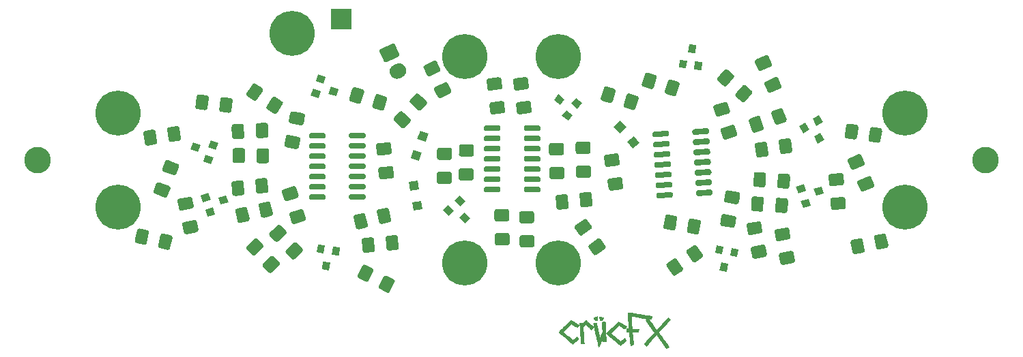
<source format=gbr>
%TF.GenerationSoftware,KiCad,Pcbnew,(5.1.6)-1*%
%TF.CreationDate,2020-10-05T10:15:20-05:00*%
%TF.ProjectId,DDD Charm,44444420-4368-4617-926d-2e6b69636164,rev?*%
%TF.SameCoordinates,Original*%
%TF.FileFunction,Soldermask,Top*%
%TF.FilePolarity,Negative*%
%FSLAX46Y46*%
G04 Gerber Fmt 4.6, Leading zero omitted, Abs format (unit mm)*
G04 Created by KiCad (PCBNEW (5.1.6)-1) date 2020-10-05 10:15:20*
%MOMM*%
%LPD*%
G01*
G04 APERTURE LIST*
%ADD10C,0.010000*%
%ADD11R,2.600000X2.600000*%
%ADD12C,3.300000*%
%ADD13C,5.600000*%
%ADD14C,0.100000*%
G04 APERTURE END LIST*
D10*
%TO.C,G\u002A\u002A\u002A*%
G36*
X272292231Y-135766390D02*
G01*
X272363986Y-135774181D01*
X272473007Y-135788662D01*
X272612782Y-135808916D01*
X272776801Y-135834030D01*
X272958552Y-135863088D01*
X272988690Y-135868017D01*
X273225259Y-135906740D01*
X273493832Y-135950554D01*
X273776052Y-135996475D01*
X274053565Y-136041517D01*
X274308012Y-136082696D01*
X274412550Y-136099566D01*
X274599630Y-136129849D01*
X274772172Y-136158022D01*
X274923201Y-136182925D01*
X275045741Y-136203402D01*
X275132816Y-136218293D01*
X275177450Y-136226440D01*
X275179854Y-136226963D01*
X275207910Y-136236685D01*
X275221007Y-136257285D01*
X275220903Y-136300942D01*
X275209354Y-136379830D01*
X275205356Y-136403696D01*
X275188725Y-136490510D01*
X275172501Y-136555963D01*
X275160980Y-136584515D01*
X275128849Y-136589030D01*
X275062745Y-136583873D01*
X274997274Y-136573709D01*
X274916708Y-136560895D01*
X274858785Y-136555574D01*
X274839006Y-136557714D01*
X274851446Y-136579232D01*
X274889779Y-136636048D01*
X274949783Y-136722297D01*
X275027235Y-136832110D01*
X275117912Y-136959624D01*
X275217593Y-137098973D01*
X275322054Y-137244289D01*
X275427074Y-137389707D01*
X275528429Y-137529361D01*
X275621897Y-137657386D01*
X275703256Y-137767915D01*
X275768283Y-137855082D01*
X275812755Y-137913022D01*
X275827554Y-137931020D01*
X275847845Y-137917078D01*
X275898314Y-137868831D01*
X275975311Y-137790144D01*
X276075185Y-137684884D01*
X276194286Y-137556916D01*
X276328965Y-137410106D01*
X276475569Y-137248320D01*
X276542324Y-137174043D01*
X277239134Y-136396788D01*
X277375939Y-136513664D01*
X277442428Y-136573685D01*
X277488803Y-136621772D01*
X277505698Y-136648146D01*
X277505519Y-136648969D01*
X277487425Y-136671317D01*
X277438779Y-136727431D01*
X277363215Y-136813225D01*
X277264363Y-136924612D01*
X277145854Y-137057503D01*
X277011322Y-137207811D01*
X276864396Y-137371449D01*
X276800844Y-137442083D01*
X276649561Y-137610501D01*
X276508987Y-137767733D01*
X276382794Y-137909618D01*
X276274649Y-138031998D01*
X276188224Y-138130713D01*
X276127188Y-138201603D01*
X276095211Y-138240510D01*
X276091366Y-138246217D01*
X276103365Y-138272486D01*
X276142623Y-138335287D01*
X276206049Y-138430161D01*
X276290551Y-138552648D01*
X276393037Y-138698291D01*
X276510415Y-138862631D01*
X276639593Y-139041209D01*
X276701488Y-139126036D01*
X276835927Y-139309928D01*
X276961194Y-139481541D01*
X277074035Y-139636396D01*
X277171194Y-139770011D01*
X277249413Y-139877907D01*
X277305438Y-139955604D01*
X277336012Y-139998620D01*
X277340570Y-140005419D01*
X277330507Y-140035281D01*
X277284831Y-140084523D01*
X277218600Y-140139305D01*
X277147869Y-140191796D01*
X277094880Y-140229412D01*
X277070887Y-140244170D01*
X277070772Y-140244177D01*
X277054031Y-140224428D01*
X277011017Y-140168572D01*
X276945535Y-140081693D01*
X276861390Y-139968876D01*
X276762386Y-139835207D01*
X276652326Y-139685769D01*
X276617634Y-139638504D01*
X276493702Y-139469536D01*
X276369675Y-139300460D01*
X276251589Y-139139500D01*
X276145478Y-138994881D01*
X276057376Y-138874829D01*
X275993317Y-138787566D01*
X275992621Y-138786618D01*
X275811819Y-138540404D01*
X275201442Y-139224721D01*
X275060733Y-139382094D01*
X274930687Y-139526809D01*
X274815197Y-139654591D01*
X274718158Y-139761160D01*
X274643463Y-139842241D01*
X274595007Y-139893557D01*
X274576794Y-139910845D01*
X274552262Y-139895864D01*
X274501138Y-139854748D01*
X274434131Y-139796145D01*
X274429018Y-139791516D01*
X274295512Y-139670382D01*
X274934201Y-138961120D01*
X275078279Y-138800618D01*
X275210993Y-138651804D01*
X275328590Y-138518960D01*
X275427316Y-138406369D01*
X275503417Y-138318315D01*
X275553141Y-138259081D01*
X275572733Y-138232949D01*
X275572891Y-138232338D01*
X275558323Y-138207990D01*
X275516860Y-138147294D01*
X275451867Y-138054959D01*
X275366707Y-137935697D01*
X275264744Y-137794218D01*
X275149341Y-137635234D01*
X275024307Y-137464061D01*
X274475723Y-136715304D01*
X274606217Y-136624469D01*
X274736711Y-136533635D01*
X273707562Y-136364402D01*
X273485010Y-136328103D01*
X273278445Y-136294985D01*
X273093211Y-136265863D01*
X272934652Y-136241549D01*
X272808109Y-136222858D01*
X272718926Y-136210604D01*
X272672447Y-136205601D01*
X272666938Y-136205864D01*
X272665931Y-136232820D01*
X272668536Y-136303092D01*
X272674210Y-136409163D01*
X272682405Y-136543518D01*
X272692579Y-136698637D01*
X272704187Y-136867004D01*
X272716682Y-137041101D01*
X272729522Y-137213411D01*
X272742160Y-137376418D01*
X272754053Y-137522602D01*
X272764655Y-137644448D01*
X272773421Y-137734437D01*
X272779807Y-137785053D01*
X272781978Y-137793291D01*
X272809754Y-137798211D01*
X272879563Y-137804925D01*
X272982498Y-137812730D01*
X273109648Y-137820925D01*
X273192637Y-137825669D01*
X273329540Y-137833522D01*
X273447142Y-137840994D01*
X273536646Y-137847467D01*
X273589257Y-137852325D01*
X273599448Y-137854201D01*
X273600438Y-137880919D01*
X273596703Y-137944810D01*
X273589046Y-138032344D01*
X273588564Y-138037207D01*
X273570984Y-138213518D01*
X273405221Y-138208609D01*
X273294433Y-138204072D01*
X273161036Y-138196823D01*
X273033248Y-138188400D01*
X273029066Y-138188091D01*
X272818674Y-138172482D01*
X272818674Y-138272657D01*
X272821439Y-138333853D01*
X272829077Y-138435934D01*
X272840606Y-138569120D01*
X272855045Y-138723629D01*
X272871409Y-138889680D01*
X272888717Y-139057492D01*
X272905986Y-139217283D01*
X272922234Y-139359273D01*
X272936478Y-139473680D01*
X272946005Y-139540247D01*
X272956725Y-139624246D01*
X272959862Y-139687870D01*
X272956265Y-139712956D01*
X272927805Y-139735197D01*
X272866941Y-139771460D01*
X272792267Y-139811100D01*
X272642065Y-139886922D01*
X272615325Y-139787618D01*
X272594805Y-139691736D01*
X272571892Y-139549084D01*
X272547107Y-139363817D01*
X272520975Y-139140084D01*
X272494018Y-138882038D01*
X272471313Y-138643926D01*
X272426320Y-138153012D01*
X272079116Y-138153012D01*
X272079464Y-138019127D01*
X272082013Y-137903435D01*
X272092992Y-137829888D01*
X272118490Y-137789678D01*
X272164594Y-137773999D01*
X272237394Y-137774044D01*
X272248452Y-137774703D01*
X272327359Y-137778107D01*
X272368086Y-137772171D01*
X272383280Y-137751802D01*
X272385567Y-137719478D01*
X272383840Y-137680040D01*
X272378770Y-137595865D01*
X272370771Y-137473081D01*
X272360257Y-137317816D01*
X272347644Y-137136198D01*
X272333347Y-136934356D01*
X272317781Y-136718418D01*
X272317771Y-136718280D01*
X272302667Y-136504872D01*
X272289507Y-136307733D01*
X272278611Y-136132585D01*
X272270302Y-135985153D01*
X272264901Y-135871162D01*
X272262729Y-135796334D01*
X272264110Y-135766395D01*
X272264252Y-135766203D01*
X272292231Y-135766390D01*
G37*
X272292231Y-135766390D02*
X272363986Y-135774181D01*
X272473007Y-135788662D01*
X272612782Y-135808916D01*
X272776801Y-135834030D01*
X272958552Y-135863088D01*
X272988690Y-135868017D01*
X273225259Y-135906740D01*
X273493832Y-135950554D01*
X273776052Y-135996475D01*
X274053565Y-136041517D01*
X274308012Y-136082696D01*
X274412550Y-136099566D01*
X274599630Y-136129849D01*
X274772172Y-136158022D01*
X274923201Y-136182925D01*
X275045741Y-136203402D01*
X275132816Y-136218293D01*
X275177450Y-136226440D01*
X275179854Y-136226963D01*
X275207910Y-136236685D01*
X275221007Y-136257285D01*
X275220903Y-136300942D01*
X275209354Y-136379830D01*
X275205356Y-136403696D01*
X275188725Y-136490510D01*
X275172501Y-136555963D01*
X275160980Y-136584515D01*
X275128849Y-136589030D01*
X275062745Y-136583873D01*
X274997274Y-136573709D01*
X274916708Y-136560895D01*
X274858785Y-136555574D01*
X274839006Y-136557714D01*
X274851446Y-136579232D01*
X274889779Y-136636048D01*
X274949783Y-136722297D01*
X275027235Y-136832110D01*
X275117912Y-136959624D01*
X275217593Y-137098973D01*
X275322054Y-137244289D01*
X275427074Y-137389707D01*
X275528429Y-137529361D01*
X275621897Y-137657386D01*
X275703256Y-137767915D01*
X275768283Y-137855082D01*
X275812755Y-137913022D01*
X275827554Y-137931020D01*
X275847845Y-137917078D01*
X275898314Y-137868831D01*
X275975311Y-137790144D01*
X276075185Y-137684884D01*
X276194286Y-137556916D01*
X276328965Y-137410106D01*
X276475569Y-137248320D01*
X276542324Y-137174043D01*
X277239134Y-136396788D01*
X277375939Y-136513664D01*
X277442428Y-136573685D01*
X277488803Y-136621772D01*
X277505698Y-136648146D01*
X277505519Y-136648969D01*
X277487425Y-136671317D01*
X277438779Y-136727431D01*
X277363215Y-136813225D01*
X277264363Y-136924612D01*
X277145854Y-137057503D01*
X277011322Y-137207811D01*
X276864396Y-137371449D01*
X276800844Y-137442083D01*
X276649561Y-137610501D01*
X276508987Y-137767733D01*
X276382794Y-137909618D01*
X276274649Y-138031998D01*
X276188224Y-138130713D01*
X276127188Y-138201603D01*
X276095211Y-138240510D01*
X276091366Y-138246217D01*
X276103365Y-138272486D01*
X276142623Y-138335287D01*
X276206049Y-138430161D01*
X276290551Y-138552648D01*
X276393037Y-138698291D01*
X276510415Y-138862631D01*
X276639593Y-139041209D01*
X276701488Y-139126036D01*
X276835927Y-139309928D01*
X276961194Y-139481541D01*
X277074035Y-139636396D01*
X277171194Y-139770011D01*
X277249413Y-139877907D01*
X277305438Y-139955604D01*
X277336012Y-139998620D01*
X277340570Y-140005419D01*
X277330507Y-140035281D01*
X277284831Y-140084523D01*
X277218600Y-140139305D01*
X277147869Y-140191796D01*
X277094880Y-140229412D01*
X277070887Y-140244170D01*
X277070772Y-140244177D01*
X277054031Y-140224428D01*
X277011017Y-140168572D01*
X276945535Y-140081693D01*
X276861390Y-139968876D01*
X276762386Y-139835207D01*
X276652326Y-139685769D01*
X276617634Y-139638504D01*
X276493702Y-139469536D01*
X276369675Y-139300460D01*
X276251589Y-139139500D01*
X276145478Y-138994881D01*
X276057376Y-138874829D01*
X275993317Y-138787566D01*
X275992621Y-138786618D01*
X275811819Y-138540404D01*
X275201442Y-139224721D01*
X275060733Y-139382094D01*
X274930687Y-139526809D01*
X274815197Y-139654591D01*
X274718158Y-139761160D01*
X274643463Y-139842241D01*
X274595007Y-139893557D01*
X274576794Y-139910845D01*
X274552262Y-139895864D01*
X274501138Y-139854748D01*
X274434131Y-139796145D01*
X274429018Y-139791516D01*
X274295512Y-139670382D01*
X274934201Y-138961120D01*
X275078279Y-138800618D01*
X275210993Y-138651804D01*
X275328590Y-138518960D01*
X275427316Y-138406369D01*
X275503417Y-138318315D01*
X275553141Y-138259081D01*
X275572733Y-138232949D01*
X275572891Y-138232338D01*
X275558323Y-138207990D01*
X275516860Y-138147294D01*
X275451867Y-138054959D01*
X275366707Y-137935697D01*
X275264744Y-137794218D01*
X275149341Y-137635234D01*
X275024307Y-137464061D01*
X274475723Y-136715304D01*
X274606217Y-136624469D01*
X274736711Y-136533635D01*
X273707562Y-136364402D01*
X273485010Y-136328103D01*
X273278445Y-136294985D01*
X273093211Y-136265863D01*
X272934652Y-136241549D01*
X272808109Y-136222858D01*
X272718926Y-136210604D01*
X272672447Y-136205601D01*
X272666938Y-136205864D01*
X272665931Y-136232820D01*
X272668536Y-136303092D01*
X272674210Y-136409163D01*
X272682405Y-136543518D01*
X272692579Y-136698637D01*
X272704187Y-136867004D01*
X272716682Y-137041101D01*
X272729522Y-137213411D01*
X272742160Y-137376418D01*
X272754053Y-137522602D01*
X272764655Y-137644448D01*
X272773421Y-137734437D01*
X272779807Y-137785053D01*
X272781978Y-137793291D01*
X272809754Y-137798211D01*
X272879563Y-137804925D01*
X272982498Y-137812730D01*
X273109648Y-137820925D01*
X273192637Y-137825669D01*
X273329540Y-137833522D01*
X273447142Y-137840994D01*
X273536646Y-137847467D01*
X273589257Y-137852325D01*
X273599448Y-137854201D01*
X273600438Y-137880919D01*
X273596703Y-137944810D01*
X273589046Y-138032344D01*
X273588564Y-138037207D01*
X273570984Y-138213518D01*
X273405221Y-138208609D01*
X273294433Y-138204072D01*
X273161036Y-138196823D01*
X273033248Y-138188400D01*
X273029066Y-138188091D01*
X272818674Y-138172482D01*
X272818674Y-138272657D01*
X272821439Y-138333853D01*
X272829077Y-138435934D01*
X272840606Y-138569120D01*
X272855045Y-138723629D01*
X272871409Y-138889680D01*
X272888717Y-139057492D01*
X272905986Y-139217283D01*
X272922234Y-139359273D01*
X272936478Y-139473680D01*
X272946005Y-139540247D01*
X272956725Y-139624246D01*
X272959862Y-139687870D01*
X272956265Y-139712956D01*
X272927805Y-139735197D01*
X272866941Y-139771460D01*
X272792267Y-139811100D01*
X272642065Y-139886922D01*
X272615325Y-139787618D01*
X272594805Y-139691736D01*
X272571892Y-139549084D01*
X272547107Y-139363817D01*
X272520975Y-139140084D01*
X272494018Y-138882038D01*
X272471313Y-138643926D01*
X272426320Y-138153012D01*
X272079116Y-138153012D01*
X272079464Y-138019127D01*
X272082013Y-137903435D01*
X272092992Y-137829888D01*
X272118490Y-137789678D01*
X272164594Y-137773999D01*
X272237394Y-137774044D01*
X272248452Y-137774703D01*
X272327359Y-137778107D01*
X272368086Y-137772171D01*
X272383280Y-137751802D01*
X272385567Y-137719478D01*
X272383840Y-137680040D01*
X272378770Y-137595865D01*
X272370771Y-137473081D01*
X272360257Y-137317816D01*
X272347644Y-137136198D01*
X272333347Y-136934356D01*
X272317781Y-136718418D01*
X272317771Y-136718280D01*
X272302667Y-136504872D01*
X272289507Y-136307733D01*
X272278611Y-136132585D01*
X272270302Y-135985153D01*
X272264901Y-135871162D01*
X272262729Y-135796334D01*
X272264110Y-135766395D01*
X272264252Y-135766203D01*
X272292231Y-135766390D01*
G36*
X269342971Y-136932226D02*
G01*
X269410613Y-136941390D01*
X269448783Y-136954718D01*
X269452337Y-136960793D01*
X269453428Y-136992071D01*
X269456580Y-137069112D01*
X269461568Y-137186728D01*
X269468168Y-137339730D01*
X269476154Y-137522930D01*
X269485302Y-137731138D01*
X269495386Y-137959166D01*
X269504975Y-138174755D01*
X269515514Y-138415019D01*
X269525012Y-138639226D01*
X269533280Y-138842323D01*
X269540127Y-139019263D01*
X269545363Y-139164994D01*
X269548800Y-139274466D01*
X269550247Y-139342629D01*
X269549676Y-139364499D01*
X269522154Y-139369458D01*
X269457341Y-139375269D01*
X269368908Y-139380720D01*
X269363152Y-139381009D01*
X269184638Y-139389860D01*
X269167389Y-139215348D01*
X269157623Y-139127033D01*
X269148417Y-139061451D01*
X269141722Y-139032438D01*
X269141586Y-139032282D01*
X269128941Y-139051785D01*
X269098366Y-139111157D01*
X269053047Y-139203841D01*
X268996173Y-139323280D01*
X268930927Y-139462914D01*
X268903815Y-139521618D01*
X268818149Y-139706228D01*
X268751122Y-139847115D01*
X268701106Y-139947361D01*
X268666473Y-140010047D01*
X268645597Y-140038254D01*
X268636849Y-140035066D01*
X268636345Y-140028053D01*
X268630793Y-140001079D01*
X268614822Y-139928917D01*
X268589457Y-139816083D01*
X268555725Y-139667093D01*
X268514651Y-139486462D01*
X268467263Y-139278707D01*
X268414587Y-139048342D01*
X268357647Y-138799883D01*
X268317315Y-138624194D01*
X268257787Y-138364568D01*
X268201655Y-138118777D01*
X268149973Y-137891509D01*
X268103797Y-137687455D01*
X268064184Y-137511303D01*
X268032189Y-137367744D01*
X268008868Y-137261466D01*
X267995277Y-137197160D01*
X267992164Y-137180115D01*
X267994925Y-137149133D01*
X268018114Y-137125939D01*
X268071853Y-137104452D01*
X268157417Y-137080855D01*
X268247942Y-137058726D01*
X268300876Y-137050247D01*
X268327733Y-137055276D01*
X268340026Y-137073668D01*
X268341633Y-137078556D01*
X268350172Y-137112350D01*
X268368746Y-137189945D01*
X268395970Y-137305433D01*
X268430464Y-137452904D01*
X268470845Y-137626451D01*
X268515730Y-137820165D01*
X268559862Y-138011323D01*
X268607273Y-138216516D01*
X268651131Y-138405355D01*
X268690119Y-138572234D01*
X268722916Y-138711551D01*
X268748205Y-138817700D01*
X268764666Y-138885076D01*
X268770928Y-138908069D01*
X268782896Y-138888078D01*
X268812412Y-138829192D01*
X268855852Y-138738919D01*
X268909589Y-138624763D01*
X268952742Y-138531732D01*
X269128878Y-138149791D01*
X269102921Y-137558480D01*
X269095988Y-137389668D01*
X269090670Y-137237986D01*
X269087152Y-137110820D01*
X269085617Y-137015557D01*
X269086250Y-136959583D01*
X269087677Y-136948042D01*
X269118212Y-136935133D01*
X269181272Y-136928556D01*
X269261358Y-136927767D01*
X269342971Y-136932226D01*
G37*
X269342971Y-136932226D02*
X269410613Y-136941390D01*
X269448783Y-136954718D01*
X269452337Y-136960793D01*
X269453428Y-136992071D01*
X269456580Y-137069112D01*
X269461568Y-137186728D01*
X269468168Y-137339730D01*
X269476154Y-137522930D01*
X269485302Y-137731138D01*
X269495386Y-137959166D01*
X269504975Y-138174755D01*
X269515514Y-138415019D01*
X269525012Y-138639226D01*
X269533280Y-138842323D01*
X269540127Y-139019263D01*
X269545363Y-139164994D01*
X269548800Y-139274466D01*
X269550247Y-139342629D01*
X269549676Y-139364499D01*
X269522154Y-139369458D01*
X269457341Y-139375269D01*
X269368908Y-139380720D01*
X269363152Y-139381009D01*
X269184638Y-139389860D01*
X269167389Y-139215348D01*
X269157623Y-139127033D01*
X269148417Y-139061451D01*
X269141722Y-139032438D01*
X269141586Y-139032282D01*
X269128941Y-139051785D01*
X269098366Y-139111157D01*
X269053047Y-139203841D01*
X268996173Y-139323280D01*
X268930927Y-139462914D01*
X268903815Y-139521618D01*
X268818149Y-139706228D01*
X268751122Y-139847115D01*
X268701106Y-139947361D01*
X268666473Y-140010047D01*
X268645597Y-140038254D01*
X268636849Y-140035066D01*
X268636345Y-140028053D01*
X268630793Y-140001079D01*
X268614822Y-139928917D01*
X268589457Y-139816083D01*
X268555725Y-139667093D01*
X268514651Y-139486462D01*
X268467263Y-139278707D01*
X268414587Y-139048342D01*
X268357647Y-138799883D01*
X268317315Y-138624194D01*
X268257787Y-138364568D01*
X268201655Y-138118777D01*
X268149973Y-137891509D01*
X268103797Y-137687455D01*
X268064184Y-137511303D01*
X268032189Y-137367744D01*
X268008868Y-137261466D01*
X267995277Y-137197160D01*
X267992164Y-137180115D01*
X267994925Y-137149133D01*
X268018114Y-137125939D01*
X268071853Y-137104452D01*
X268157417Y-137080855D01*
X268247942Y-137058726D01*
X268300876Y-137050247D01*
X268327733Y-137055276D01*
X268340026Y-137073668D01*
X268341633Y-137078556D01*
X268350172Y-137112350D01*
X268368746Y-137189945D01*
X268395970Y-137305433D01*
X268430464Y-137452904D01*
X268470845Y-137626451D01*
X268515730Y-137820165D01*
X268559862Y-138011323D01*
X268607273Y-138216516D01*
X268651131Y-138405355D01*
X268690119Y-138572234D01*
X268722916Y-138711551D01*
X268748205Y-138817700D01*
X268764666Y-138885076D01*
X268770928Y-138908069D01*
X268782896Y-138888078D01*
X268812412Y-138829192D01*
X268855852Y-138738919D01*
X268909589Y-138624763D01*
X268952742Y-138531732D01*
X269128878Y-138149791D01*
X269102921Y-137558480D01*
X269095988Y-137389668D01*
X269090670Y-137237986D01*
X269087152Y-137110820D01*
X269085617Y-137015557D01*
X269086250Y-136959583D01*
X269087677Y-136948042D01*
X269118212Y-136935133D01*
X269181272Y-136928556D01*
X269261358Y-136927767D01*
X269342971Y-136932226D01*
G36*
X271533486Y-137158568D02*
G01*
X271674920Y-137239421D01*
X271804310Y-137313693D01*
X271913965Y-137376943D01*
X271996189Y-137424732D01*
X272043291Y-137452618D01*
X272047766Y-137455384D01*
X272105674Y-137491828D01*
X272037340Y-137612028D01*
X271997328Y-137682918D01*
X271964624Y-137732633D01*
X271931530Y-137760728D01*
X271890343Y-137766755D01*
X271833364Y-137750269D01*
X271752892Y-137710822D01*
X271641226Y-137647968D01*
X271527612Y-137582458D01*
X271148293Y-137364332D01*
X270657379Y-137854060D01*
X270528270Y-137983362D01*
X270411869Y-138100906D01*
X270312835Y-138201910D01*
X270235824Y-138281591D01*
X270185496Y-138335166D01*
X270166509Y-138357854D01*
X270166466Y-138358088D01*
X270185239Y-138380965D01*
X270237623Y-138430748D01*
X270317718Y-138502506D01*
X270419621Y-138591309D01*
X270537431Y-138692224D01*
X270665245Y-138800323D01*
X270797163Y-138910672D01*
X270927281Y-139018343D01*
X271049700Y-139118404D01*
X271158516Y-139205924D01*
X271247828Y-139275972D01*
X271311734Y-139323617D01*
X271344334Y-139343930D01*
X271346771Y-139344221D01*
X271378221Y-139324083D01*
X271439895Y-139278744D01*
X271522474Y-139215217D01*
X271604145Y-139150549D01*
X271695778Y-139078360D01*
X271773168Y-139019785D01*
X271827598Y-138981268D01*
X271849718Y-138969077D01*
X271873736Y-138987216D01*
X271917603Y-139033070D01*
X271970248Y-139093786D01*
X272020601Y-139156516D01*
X272057591Y-139208409D01*
X272061683Y-139215108D01*
X272047461Y-139237671D01*
X272000432Y-139285445D01*
X271927984Y-139352243D01*
X271837503Y-139431877D01*
X271736379Y-139518162D01*
X271631998Y-139604910D01*
X271531749Y-139685935D01*
X271443018Y-139755049D01*
X271373193Y-139806067D01*
X271329663Y-139832802D01*
X271321097Y-139835305D01*
X271298192Y-139819051D01*
X271240651Y-139772894D01*
X271152496Y-139700205D01*
X271037747Y-139604352D01*
X270900425Y-139488707D01*
X270744553Y-139356637D01*
X270574151Y-139211514D01*
X270450100Y-139105440D01*
X269598896Y-138376414D01*
X270338004Y-137637305D01*
X271077113Y-136898196D01*
X271533486Y-137158568D01*
G37*
X271533486Y-137158568D02*
X271674920Y-137239421D01*
X271804310Y-137313693D01*
X271913965Y-137376943D01*
X271996189Y-137424732D01*
X272043291Y-137452618D01*
X272047766Y-137455384D01*
X272105674Y-137491828D01*
X272037340Y-137612028D01*
X271997328Y-137682918D01*
X271964624Y-137732633D01*
X271931530Y-137760728D01*
X271890343Y-137766755D01*
X271833364Y-137750269D01*
X271752892Y-137710822D01*
X271641226Y-137647968D01*
X271527612Y-137582458D01*
X271148293Y-137364332D01*
X270657379Y-137854060D01*
X270528270Y-137983362D01*
X270411869Y-138100906D01*
X270312835Y-138201910D01*
X270235824Y-138281591D01*
X270185496Y-138335166D01*
X270166509Y-138357854D01*
X270166466Y-138358088D01*
X270185239Y-138380965D01*
X270237623Y-138430748D01*
X270317718Y-138502506D01*
X270419621Y-138591309D01*
X270537431Y-138692224D01*
X270665245Y-138800323D01*
X270797163Y-138910672D01*
X270927281Y-139018343D01*
X271049700Y-139118404D01*
X271158516Y-139205924D01*
X271247828Y-139275972D01*
X271311734Y-139323617D01*
X271344334Y-139343930D01*
X271346771Y-139344221D01*
X271378221Y-139324083D01*
X271439895Y-139278744D01*
X271522474Y-139215217D01*
X271604145Y-139150549D01*
X271695778Y-139078360D01*
X271773168Y-139019785D01*
X271827598Y-138981268D01*
X271849718Y-138969077D01*
X271873736Y-138987216D01*
X271917603Y-139033070D01*
X271970248Y-139093786D01*
X272020601Y-139156516D01*
X272057591Y-139208409D01*
X272061683Y-139215108D01*
X272047461Y-139237671D01*
X272000432Y-139285445D01*
X271927984Y-139352243D01*
X271837503Y-139431877D01*
X271736379Y-139518162D01*
X271631998Y-139604910D01*
X271531749Y-139685935D01*
X271443018Y-139755049D01*
X271373193Y-139806067D01*
X271329663Y-139832802D01*
X271321097Y-139835305D01*
X271298192Y-139819051D01*
X271240651Y-139772894D01*
X271152496Y-139700205D01*
X271037747Y-139604352D01*
X270900425Y-139488707D01*
X270744553Y-139356637D01*
X270574151Y-139211514D01*
X270450100Y-139105440D01*
X269598896Y-138376414D01*
X270338004Y-137637305D01*
X271077113Y-136898196D01*
X271533486Y-137158568D01*
G36*
X265670471Y-137019405D02*
G01*
X266185620Y-137313468D01*
X266100426Y-137458161D01*
X266053733Y-137533203D01*
X266014895Y-137588021D01*
X265993309Y-137610013D01*
X265964982Y-137600252D01*
X265900452Y-137568696D01*
X265807469Y-137519423D01*
X265693784Y-137456510D01*
X265601606Y-137403984D01*
X265231827Y-137190795D01*
X264229937Y-138185353D01*
X264769135Y-138644604D01*
X264912550Y-138766821D01*
X265045323Y-138880096D01*
X265161880Y-138979661D01*
X265256642Y-139060749D01*
X265324033Y-139118591D01*
X265358477Y-139148420D01*
X265359337Y-139149182D01*
X265382006Y-139166569D01*
X265405483Y-139171878D01*
X265437535Y-139161089D01*
X265485930Y-139130184D01*
X265558433Y-139075144D01*
X265662084Y-138992535D01*
X265758692Y-138916114D01*
X265841125Y-138852949D01*
X265901237Y-138809136D01*
X265930886Y-138790768D01*
X265931962Y-138790562D01*
X265958278Y-138810833D01*
X266010139Y-138868901D01*
X266084025Y-138960652D01*
X266141951Y-139036082D01*
X266130967Y-139063686D01*
X266078208Y-139119933D01*
X265983936Y-139204579D01*
X265848411Y-139317379D01*
X265794066Y-139361232D01*
X265676185Y-139454863D01*
X265571491Y-139536332D01*
X265486603Y-139600626D01*
X265428139Y-139642730D01*
X265402800Y-139657631D01*
X265379453Y-139641584D01*
X265321474Y-139595702D01*
X265232931Y-139523370D01*
X265117894Y-139427973D01*
X264980431Y-139312897D01*
X264824611Y-139181528D01*
X264654503Y-139037250D01*
X264541442Y-138940920D01*
X264364754Y-138789869D01*
X264200414Y-138648893D01*
X264052416Y-138521456D01*
X263924758Y-138411020D01*
X263821434Y-138321048D01*
X263746442Y-138255005D01*
X263703776Y-138216352D01*
X263695290Y-138207613D01*
X263711333Y-138186596D01*
X263759813Y-138133529D01*
X263836967Y-138052294D01*
X263939033Y-137946770D01*
X264062247Y-137820837D01*
X264202846Y-137678375D01*
X264357067Y-137523266D01*
X264422097Y-137458180D01*
X265155321Y-136725342D01*
X265670471Y-137019405D01*
G37*
X265670471Y-137019405D02*
X266185620Y-137313468D01*
X266100426Y-137458161D01*
X266053733Y-137533203D01*
X266014895Y-137588021D01*
X265993309Y-137610013D01*
X265964982Y-137600252D01*
X265900452Y-137568696D01*
X265807469Y-137519423D01*
X265693784Y-137456510D01*
X265601606Y-137403984D01*
X265231827Y-137190795D01*
X264229937Y-138185353D01*
X264769135Y-138644604D01*
X264912550Y-138766821D01*
X265045323Y-138880096D01*
X265161880Y-138979661D01*
X265256642Y-139060749D01*
X265324033Y-139118591D01*
X265358477Y-139148420D01*
X265359337Y-139149182D01*
X265382006Y-139166569D01*
X265405483Y-139171878D01*
X265437535Y-139161089D01*
X265485930Y-139130184D01*
X265558433Y-139075144D01*
X265662084Y-138992535D01*
X265758692Y-138916114D01*
X265841125Y-138852949D01*
X265901237Y-138809136D01*
X265930886Y-138790768D01*
X265931962Y-138790562D01*
X265958278Y-138810833D01*
X266010139Y-138868901D01*
X266084025Y-138960652D01*
X266141951Y-139036082D01*
X266130967Y-139063686D01*
X266078208Y-139119933D01*
X265983936Y-139204579D01*
X265848411Y-139317379D01*
X265794066Y-139361232D01*
X265676185Y-139454863D01*
X265571491Y-139536332D01*
X265486603Y-139600626D01*
X265428139Y-139642730D01*
X265402800Y-139657631D01*
X265379453Y-139641584D01*
X265321474Y-139595702D01*
X265232931Y-139523370D01*
X265117894Y-139427973D01*
X264980431Y-139312897D01*
X264824611Y-139181528D01*
X264654503Y-139037250D01*
X264541442Y-138940920D01*
X264364754Y-138789869D01*
X264200414Y-138648893D01*
X264052416Y-138521456D01*
X263924758Y-138411020D01*
X263821434Y-138321048D01*
X263746442Y-138255005D01*
X263703776Y-138216352D01*
X263695290Y-138207613D01*
X263711333Y-138186596D01*
X263759813Y-138133529D01*
X263836967Y-138052294D01*
X263939033Y-137946770D01*
X264062247Y-137820837D01*
X264202846Y-137678375D01*
X264357067Y-137523266D01*
X264422097Y-137458180D01*
X265155321Y-136725342D01*
X265670471Y-137019405D01*
G36*
X267166615Y-136818981D02*
G01*
X267227761Y-136875963D01*
X267317115Y-136959869D01*
X267425940Y-137062460D01*
X267545497Y-137175501D01*
X267654275Y-137278629D01*
X268011061Y-137617348D01*
X267748105Y-137880304D01*
X267413869Y-137563997D01*
X267305643Y-137462238D01*
X267209708Y-137373285D01*
X267132352Y-137302867D01*
X267079864Y-137256715D01*
X267058997Y-137240631D01*
X267034183Y-137255350D01*
X266984743Y-137300691D01*
X266919204Y-137368515D01*
X266881256Y-137410342D01*
X266724151Y-137587113D01*
X266776336Y-138586960D01*
X266787638Y-138807327D01*
X266797708Y-139011222D01*
X266806305Y-139193153D01*
X266813187Y-139347630D01*
X266818111Y-139469161D01*
X266820836Y-139552255D01*
X266821119Y-139591419D01*
X266820736Y-139593758D01*
X266786941Y-139603230D01*
X266721200Y-139609244D01*
X266639433Y-139611737D01*
X266557556Y-139610642D01*
X266491487Y-139605894D01*
X266457142Y-139597428D01*
X266455473Y-139595257D01*
X266450419Y-139558223D01*
X266443072Y-139477335D01*
X266433796Y-139358593D01*
X266422952Y-139207994D01*
X266410903Y-139031540D01*
X266398012Y-138835228D01*
X266384640Y-138625058D01*
X266371150Y-138407031D01*
X266357905Y-138187143D01*
X266345266Y-137971396D01*
X266333597Y-137765788D01*
X266323259Y-137576318D01*
X266314616Y-137408986D01*
X266308029Y-137269792D01*
X266303860Y-137164733D01*
X266302473Y-137099810D01*
X266303588Y-137080832D01*
X266340121Y-137065229D01*
X266421377Y-137058643D01*
X266507408Y-137059928D01*
X266693508Y-137067694D01*
X266864624Y-136882873D01*
X267035741Y-136698051D01*
X267166615Y-136818981D01*
G37*
X267166615Y-136818981D02*
X267227761Y-136875963D01*
X267317115Y-136959869D01*
X267425940Y-137062460D01*
X267545497Y-137175501D01*
X267654275Y-137278629D01*
X268011061Y-137617348D01*
X267748105Y-137880304D01*
X267413869Y-137563997D01*
X267305643Y-137462238D01*
X267209708Y-137373285D01*
X267132352Y-137302867D01*
X267079864Y-137256715D01*
X267058997Y-137240631D01*
X267034183Y-137255350D01*
X266984743Y-137300691D01*
X266919204Y-137368515D01*
X266881256Y-137410342D01*
X266724151Y-137587113D01*
X266776336Y-138586960D01*
X266787638Y-138807327D01*
X266797708Y-139011222D01*
X266806305Y-139193153D01*
X266813187Y-139347630D01*
X266818111Y-139469161D01*
X266820836Y-139552255D01*
X266821119Y-139591419D01*
X266820736Y-139593758D01*
X266786941Y-139603230D01*
X266721200Y-139609244D01*
X266639433Y-139611737D01*
X266557556Y-139610642D01*
X266491487Y-139605894D01*
X266457142Y-139597428D01*
X266455473Y-139595257D01*
X266450419Y-139558223D01*
X266443072Y-139477335D01*
X266433796Y-139358593D01*
X266422952Y-139207994D01*
X266410903Y-139031540D01*
X266398012Y-138835228D01*
X266384640Y-138625058D01*
X266371150Y-138407031D01*
X266357905Y-138187143D01*
X266345266Y-137971396D01*
X266333597Y-137765788D01*
X266323259Y-137576318D01*
X266314616Y-137408986D01*
X266308029Y-137269792D01*
X266303860Y-137164733D01*
X266302473Y-137099810D01*
X266303588Y-137080832D01*
X266340121Y-137065229D01*
X266421377Y-137058643D01*
X266507408Y-137059928D01*
X266693508Y-137067694D01*
X266864624Y-136882873D01*
X267035741Y-136698051D01*
X267166615Y-136818981D01*
G36*
X268446728Y-136290460D02*
G01*
X268453095Y-136353749D01*
X268456997Y-136446626D01*
X268457831Y-136520884D01*
X268456058Y-136627502D01*
X268451278Y-136711566D01*
X268444295Y-136762463D01*
X268438704Y-136772712D01*
X268403423Y-136766896D01*
X268338545Y-136756250D01*
X268314503Y-136752310D01*
X268192713Y-136720264D01*
X268112042Y-136666098D01*
X268064515Y-136581522D01*
X268055364Y-136533635D01*
X268253815Y-136533635D01*
X268266566Y-136546386D01*
X268279317Y-136533635D01*
X268266566Y-136520884D01*
X268253815Y-136533635D01*
X268055364Y-136533635D01*
X268043271Y-136470362D01*
X268044691Y-136436984D01*
X268062942Y-136410774D01*
X268107444Y-136385000D01*
X268187615Y-136352926D01*
X268228313Y-136338076D01*
X268320350Y-136305491D01*
X268393501Y-136280753D01*
X268434866Y-136268192D01*
X268438704Y-136267463D01*
X268446728Y-136290460D01*
G37*
X268446728Y-136290460D02*
X268453095Y-136353749D01*
X268456997Y-136446626D01*
X268457831Y-136520884D01*
X268456058Y-136627502D01*
X268451278Y-136711566D01*
X268444295Y-136762463D01*
X268438704Y-136772712D01*
X268403423Y-136766896D01*
X268338545Y-136756250D01*
X268314503Y-136752310D01*
X268192713Y-136720264D01*
X268112042Y-136666098D01*
X268064515Y-136581522D01*
X268055364Y-136533635D01*
X268253815Y-136533635D01*
X268266566Y-136546386D01*
X268279317Y-136533635D01*
X268266566Y-136520884D01*
X268253815Y-136533635D01*
X268055364Y-136533635D01*
X268043271Y-136470362D01*
X268044691Y-136436984D01*
X268062942Y-136410774D01*
X268107444Y-136385000D01*
X268187615Y-136352926D01*
X268228313Y-136338076D01*
X268320350Y-136305491D01*
X268393501Y-136280753D01*
X268434866Y-136268192D01*
X268438704Y-136267463D01*
X268446728Y-136290460D01*
G36*
X268833986Y-136326632D02*
G01*
X268915385Y-136337775D01*
X269018136Y-136350572D01*
X269076845Y-136357387D01*
X269224072Y-136373896D01*
X269207322Y-136466516D01*
X269167069Y-136601605D01*
X269101899Y-136694210D01*
X269030751Y-136739660D01*
X268967331Y-136764222D01*
X268924534Y-136770942D01*
X268876356Y-136762653D01*
X268859505Y-136758328D01*
X268818540Y-136726376D01*
X268802332Y-136691156D01*
X268769745Y-136545905D01*
X268748865Y-136443434D01*
X268740300Y-136376742D01*
X268744658Y-136338826D01*
X268762546Y-136322685D01*
X268794574Y-136321317D01*
X268833986Y-136326632D01*
G37*
X268833986Y-136326632D02*
X268915385Y-136337775D01*
X269018136Y-136350572D01*
X269076845Y-136357387D01*
X269224072Y-136373896D01*
X269207322Y-136466516D01*
X269167069Y-136601605D01*
X269101899Y-136694210D01*
X269030751Y-136739660D01*
X268967331Y-136764222D01*
X268924534Y-136770942D01*
X268876356Y-136762653D01*
X268859505Y-136758328D01*
X268818540Y-136726376D01*
X268802332Y-136691156D01*
X268769745Y-136545905D01*
X268748865Y-136443434D01*
X268740300Y-136376742D01*
X268744658Y-136338826D01*
X268762546Y-136322685D01*
X268794574Y-136321317D01*
X268833986Y-136326632D01*
%TD*%
D11*
%TO.C,REF\u002A\u002A*%
X236700000Y-99300000D03*
%TD*%
D12*
%TO.C,REF\u002A\u002A*%
X199060000Y-116825000D03*
%TD*%
%TO.C,REF\u002A\u002A*%
X316630000Y-116825000D03*
%TD*%
D13*
%TO.C,.*%
X230600000Y-101100000D03*
%TD*%
%TO.C,.*%
G36*
G01*
X250187739Y-116827322D02*
X248872877Y-116815848D01*
G75*
G02*
X248607678Y-116545979I2335J267534D01*
G01*
X248616316Y-115556105D01*
G75*
G02*
X248886185Y-115290906I267534J-2335D01*
G01*
X250201047Y-115302380D01*
G75*
G02*
X250466246Y-115572249I-2335J-267534D01*
G01*
X250457608Y-116562123D01*
G75*
G02*
X250187739Y-116827322I-267534J2335D01*
G01*
G37*
G36*
G01*
X250161777Y-119802208D02*
X248846915Y-119790734D01*
G75*
G02*
X248581716Y-119520865I2335J267534D01*
G01*
X248590354Y-118530991D01*
G75*
G02*
X248860223Y-118265792I267534J-2335D01*
G01*
X250175085Y-118277266D01*
G75*
G02*
X250440284Y-118547135I-2335J-267534D01*
G01*
X250431646Y-119537009D01*
G75*
G02*
X250161777Y-119802208I-267534J2335D01*
G01*
G37*
%TD*%
%TO.C,.*%
G36*
G01*
X252876796Y-119375651D02*
X251561934Y-119364177D01*
G75*
G02*
X251296735Y-119094308I2335J267534D01*
G01*
X251305373Y-118104434D01*
G75*
G02*
X251575242Y-117839235I267534J-2335D01*
G01*
X252890104Y-117850709D01*
G75*
G02*
X253155303Y-118120578I-2335J-267534D01*
G01*
X253146665Y-119110452D01*
G75*
G02*
X252876796Y-119375651I-267534J2335D01*
G01*
G37*
G36*
G01*
X252902758Y-116400765D02*
X251587896Y-116389291D01*
G75*
G02*
X251322697Y-116119422I2335J267534D01*
G01*
X251331335Y-115129548D01*
G75*
G02*
X251601204Y-114864349I267534J-2335D01*
G01*
X252916066Y-114875823D01*
G75*
G02*
X253181265Y-115145692I-2335J-267534D01*
G01*
X253172627Y-116135566D01*
G75*
G02*
X252902758Y-116400765I-267534J2335D01*
G01*
G37*
%TD*%
%TO.C,.*%
G36*
G01*
X248906887Y-105854817D02*
X247730127Y-106441528D01*
G75*
G02*
X247371315Y-106321472I-119378J239434D01*
G01*
X246929619Y-105435565D01*
G75*
G02*
X247049675Y-105076753I239434J119378D01*
G01*
X248226435Y-104490042D01*
G75*
G02*
X248585247Y-104610098I119378J-239434D01*
G01*
X249026943Y-105496005D01*
G75*
G02*
X248906887Y-105854817I-239434J-119378D01*
G01*
G37*
G36*
G01*
X250234325Y-108517247D02*
X249057565Y-109103958D01*
G75*
G02*
X248698753Y-108983902I-119378J239434D01*
G01*
X248257057Y-108097995D01*
G75*
G02*
X248377113Y-107739183I239434J119378D01*
G01*
X249553873Y-107152472D01*
G75*
G02*
X249912685Y-107272528I119378J-239434D01*
G01*
X250354381Y-108158435D01*
G75*
G02*
X250234325Y-108517247I-239434J-119378D01*
G01*
G37*
%TD*%
%TO.C,.*%
G36*
G01*
X256832481Y-111009693D02*
X255527370Y-111169940D01*
G75*
G02*
X255229215Y-110936995I-32605J265550D01*
G01*
X255108575Y-109954462D01*
G75*
G02*
X255341520Y-109656307I265550J32605D01*
G01*
X256646630Y-109496060D01*
G75*
G02*
X256944785Y-109729005I32605J-265550D01*
G01*
X257065425Y-110711538D01*
G75*
G02*
X256832480Y-111009693I-265550J-32605D01*
G01*
G37*
G36*
G01*
X256469919Y-108056869D02*
X255164808Y-108217116D01*
G75*
G02*
X254866653Y-107984171I-32605J265550D01*
G01*
X254746013Y-107001638D01*
G75*
G02*
X254978958Y-106703483I265550J32605D01*
G01*
X256284068Y-106543236D01*
G75*
G02*
X256582223Y-106776181I32605J-265550D01*
G01*
X256702863Y-107758714D01*
G75*
G02*
X256469918Y-108056869I-265550J-32605D01*
G01*
G37*
%TD*%
%TO.C,.*%
G36*
G01*
X259762200Y-108029281D02*
X258457089Y-108189528D01*
G75*
G02*
X258158934Y-107956583I-32605J265550D01*
G01*
X258038294Y-106974050D01*
G75*
G02*
X258271239Y-106675895I265550J32605D01*
G01*
X259576349Y-106515648D01*
G75*
G02*
X259874504Y-106748593I32605J-265550D01*
G01*
X259995144Y-107731126D01*
G75*
G02*
X259762199Y-108029281I-265550J-32605D01*
G01*
G37*
G36*
G01*
X260124762Y-110982105D02*
X258819651Y-111142352D01*
G75*
G02*
X258521496Y-110909407I-32605J265550D01*
G01*
X258400856Y-109926874D01*
G75*
G02*
X258633801Y-109628719I265550J32605D01*
G01*
X259938911Y-109468472D01*
G75*
G02*
X260237066Y-109701417I32605J-265550D01*
G01*
X260357706Y-110683950D01*
G75*
G02*
X260124761Y-110982105I-265550J-32605D01*
G01*
G37*
%TD*%
%TO.C,.*%
G36*
G01*
X264136623Y-119194183D02*
X262821911Y-119217131D01*
G75*
G02*
X262549739Y-118954297I-4669J267503D01*
G01*
X262532463Y-117964536D01*
G75*
G02*
X262795297Y-117692364I267503J4669D01*
G01*
X264110009Y-117669415D01*
G75*
G02*
X264382181Y-117932249I4669J-267503D01*
G01*
X264399457Y-118922010D01*
G75*
G02*
X264136623Y-119194182I-267503J-4669D01*
G01*
G37*
G36*
G01*
X264084703Y-116219637D02*
X262769991Y-116242585D01*
G75*
G02*
X262497819Y-115979751I-4669J267503D01*
G01*
X262480543Y-114989990D01*
G75*
G02*
X262743377Y-114717818I267503J4669D01*
G01*
X264058089Y-114694869D01*
G75*
G02*
X264330261Y-114957703I4669J-267503D01*
G01*
X264347537Y-115947464D01*
G75*
G02*
X264084703Y-116219636I-267503J-4669D01*
G01*
G37*
%TD*%
%TO.C,.*%
G36*
G01*
X289379166Y-107072029D02*
X290585019Y-106547709D01*
G75*
G02*
X290937056Y-106686380I106683J-245354D01*
G01*
X291331783Y-107594188D01*
G75*
G02*
X291193112Y-107946225I-245354J-106683D01*
G01*
X289987259Y-108470545D01*
G75*
G02*
X289635222Y-108331874I-106683J245354D01*
G01*
X289240495Y-107424066D01*
G75*
G02*
X289379166Y-107072029I245354J106683D01*
G01*
G37*
G36*
G01*
X288192888Y-104343775D02*
X289398741Y-103819455D01*
G75*
G02*
X289750778Y-103958126I106683J-245354D01*
G01*
X290145505Y-104865934D01*
G75*
G02*
X290006834Y-105217971I-245354J-106683D01*
G01*
X288800981Y-105742291D01*
G75*
G02*
X288448944Y-105603620I-106683J245354D01*
G01*
X288054217Y-104695812D01*
G75*
G02*
X288192888Y-104343775I245354J106683D01*
G01*
G37*
%TD*%
%TO.C,.*%
G36*
G01*
X289425489Y-118666510D02*
X289345215Y-119978969D01*
G75*
G02*
X289061837Y-120229681I-267045J16333D01*
G01*
X288073771Y-120169248D01*
G75*
G02*
X287823059Y-119885870I16333J267045D01*
G01*
X287903333Y-118573411D01*
G75*
G02*
X288186711Y-118322699I267045J-16333D01*
G01*
X289174777Y-118383132D01*
G75*
G02*
X289425489Y-118666510I-16333J-267045D01*
G01*
G37*
G36*
G01*
X292394941Y-118848130D02*
X292314667Y-120160589D01*
G75*
G02*
X292031289Y-120411301I-267045J16333D01*
G01*
X291043223Y-120350868D01*
G75*
G02*
X290792511Y-120067490I16333J267045D01*
G01*
X290872785Y-118755031D01*
G75*
G02*
X291156163Y-118504319I267045J-16333D01*
G01*
X292144229Y-118564752D01*
G75*
G02*
X292394941Y-118848130I-16333J-267045D01*
G01*
G37*
%TD*%
%TO.C,.*%
G36*
G01*
X273610907Y-109186108D02*
X273226464Y-110443564D01*
G75*
G02*
X272892388Y-110621196I-255854J78222D01*
G01*
X271945731Y-110331774D01*
G75*
G02*
X271768099Y-109997698I78222J255854D01*
G01*
X272152542Y-108740242D01*
G75*
G02*
X272486618Y-108562610I255854J-78222D01*
G01*
X273433275Y-108852032D01*
G75*
G02*
X273610907Y-109186108I-78222J-255854D01*
G01*
G37*
G36*
G01*
X270765901Y-108316302D02*
X270381458Y-109573758D01*
G75*
G02*
X270047382Y-109751390I-255854J78222D01*
G01*
X269100725Y-109461968D01*
G75*
G02*
X268923093Y-109127892I78222J255854D01*
G01*
X269307536Y-107870436D01*
G75*
G02*
X269641612Y-107692804I255854J-78222D01*
G01*
X270588269Y-107982226D01*
G75*
G02*
X270765901Y-108316302I-78222J-255854D01*
G01*
G37*
%TD*%
%TO.C,.*%
G36*
G01*
X267394703Y-116057637D02*
X266079991Y-116080585D01*
G75*
G02*
X265807819Y-115817751I-4669J267503D01*
G01*
X265790543Y-114827990D01*
G75*
G02*
X266053377Y-114555818I267503J4669D01*
G01*
X267368089Y-114532869D01*
G75*
G02*
X267640261Y-114795703I4669J-267503D01*
G01*
X267657537Y-115785464D01*
G75*
G02*
X267394703Y-116057636I-267503J-4669D01*
G01*
G37*
G36*
G01*
X267446623Y-119032183D02*
X266131911Y-119055131D01*
G75*
G02*
X265859739Y-118792297I-4669J267503D01*
G01*
X265842463Y-117802536D01*
G75*
G02*
X266105297Y-117530364I267503J4669D01*
G01*
X267420009Y-117507415D01*
G75*
G02*
X267692181Y-117770249I4669J-267503D01*
G01*
X267709457Y-118760010D01*
G75*
G02*
X267446623Y-119032182I-267503J-4669D01*
G01*
G37*
%TD*%
%TO.C,.*%
G36*
G01*
X278408454Y-124067901D02*
X278191431Y-125364780D01*
G75*
G02*
X277883399Y-125584498I-263875J44157D01*
G01*
X276907063Y-125421115D01*
G75*
G02*
X276687345Y-125113083I44157J263875D01*
G01*
X276904369Y-123816204D01*
G75*
G02*
X277212401Y-123596486I263875J-44157D01*
G01*
X278188737Y-123759869D01*
G75*
G02*
X278408455Y-124067901I-44157J-263875D01*
G01*
G37*
G36*
G01*
X281342654Y-124558917D02*
X281125631Y-125855796D01*
G75*
G02*
X280817599Y-126075514I-263875J44157D01*
G01*
X279841263Y-125912131D01*
G75*
G02*
X279621545Y-125604099I44157J263875D01*
G01*
X279838569Y-124307220D01*
G75*
G02*
X280146601Y-124087502I263875J-44157D01*
G01*
X281122937Y-124250885D01*
G75*
G02*
X281342655Y-124558917I-44157J-263875D01*
G01*
G37*
%TD*%
%TO.C,1nF*%
G36*
G01*
X285738758Y-122321565D02*
X284440560Y-122104321D01*
G75*
G02*
X284221392Y-121797059I44047J263215D01*
G01*
X284384996Y-120819403D01*
G75*
G02*
X284692258Y-120600235I263215J-44047D01*
G01*
X285990456Y-120817479D01*
G75*
G02*
X286209624Y-121124741I-44047J-263215D01*
G01*
X286046020Y-122102397D01*
G75*
G02*
X285738758Y-122321565I-263215J44047D01*
G01*
G37*
G36*
G01*
X285247742Y-125255765D02*
X283949544Y-125038521D01*
G75*
G02*
X283730376Y-124731259I44047J263215D01*
G01*
X283893980Y-123753603D01*
G75*
G02*
X284201242Y-123534435I263215J-44047D01*
G01*
X285499440Y-123751679D01*
G75*
G02*
X285718608Y-124058941I-44047J-263215D01*
G01*
X285555004Y-125036597D01*
G75*
G02*
X285247742Y-125255765I-263215J44047D01*
G01*
G37*
%TD*%
%TO.C,.*%
G36*
G01*
X229455117Y-109898615D02*
X228729369Y-110995101D01*
G75*
G02*
X228358601Y-111070535I-223101J147667D01*
G01*
X227533127Y-110524166D01*
G75*
G02*
X227457693Y-110153398I147667J223101D01*
G01*
X228183441Y-109056911D01*
G75*
G02*
X228554209Y-108981477I223101J-147667D01*
G01*
X229379683Y-109527846D01*
G75*
G02*
X229455117Y-109898614I-147667J-223101D01*
G01*
G37*
G36*
G01*
X226974307Y-108256603D02*
X226248559Y-109353089D01*
G75*
G02*
X225877791Y-109428523I-223101J147667D01*
G01*
X225052317Y-108882154D01*
G75*
G02*
X224976883Y-108511386I147667J223101D01*
G01*
X225702631Y-107414899D01*
G75*
G02*
X226073399Y-107339465I223101J-147667D01*
G01*
X226898873Y-107885834D01*
G75*
G02*
X226974307Y-108256602I-147667J-223101D01*
G01*
G37*
%TD*%
%TO.C,.*%
G36*
G01*
X257310703Y-124444637D02*
X255995991Y-124467585D01*
G75*
G02*
X255723819Y-124204751I-4669J267503D01*
G01*
X255706543Y-123214990D01*
G75*
G02*
X255969377Y-122942818I267503J4669D01*
G01*
X257284089Y-122919869D01*
G75*
G02*
X257556261Y-123182703I4669J-267503D01*
G01*
X257573537Y-124172464D01*
G75*
G02*
X257310703Y-124444636I-267503J-4669D01*
G01*
G37*
G36*
G01*
X257362623Y-127419183D02*
X256047911Y-127442131D01*
G75*
G02*
X255775739Y-127179297I-4669J267503D01*
G01*
X255758463Y-126189536D01*
G75*
G02*
X256021297Y-125917364I267503J4669D01*
G01*
X257336009Y-125894415D01*
G75*
G02*
X257608181Y-126157249I4669J-267503D01*
G01*
X257625457Y-127147010D01*
G75*
G02*
X257362623Y-127419182I-267503J-4669D01*
G01*
G37*
%TD*%
D14*
%TO.C,.*%
G36*
X285147981Y-127747236D02*
G01*
X286032910Y-127911248D01*
X285850675Y-128894502D01*
X284965746Y-128730490D01*
X285147981Y-127747236D01*
G37*
G36*
X283279796Y-127400988D02*
G01*
X284164725Y-127565000D01*
X283982490Y-128548254D01*
X283097561Y-128384242D01*
X283279796Y-127400988D01*
G37*
G36*
X283849417Y-129540622D02*
G01*
X284734346Y-129704634D01*
X284552111Y-130687888D01*
X283667182Y-130523876D01*
X283849417Y-129540622D01*
G37*
%TD*%
%TO.C,.*%
G36*
G01*
X260446623Y-127668183D02*
X259131911Y-127691131D01*
G75*
G02*
X258859739Y-127428297I-4669J267503D01*
G01*
X258842463Y-126438536D01*
G75*
G02*
X259105297Y-126166364I267503J4669D01*
G01*
X260420009Y-126143415D01*
G75*
G02*
X260692181Y-126406249I4669J-267503D01*
G01*
X260709457Y-127396010D01*
G75*
G02*
X260446623Y-127668182I-267503J-4669D01*
G01*
G37*
G36*
G01*
X260394703Y-124693637D02*
X259079991Y-124716585D01*
G75*
G02*
X258807819Y-124453751I-4669J267503D01*
G01*
X258790543Y-123463990D01*
G75*
G02*
X259053377Y-123191818I267503J4669D01*
G01*
X260368089Y-123168869D01*
G75*
G02*
X260640261Y-123431703I4669J-267503D01*
G01*
X260657537Y-124421464D01*
G75*
G02*
X260394703Y-124693636I-267503J-4669D01*
G01*
G37*
%TD*%
%TO.C,1nF*%
G36*
G01*
X231256653Y-121538653D02*
X230001323Y-121934457D01*
G75*
G02*
X229666549Y-121760185I-80251J254523D01*
G01*
X229368475Y-120814813D01*
G75*
G02*
X229542747Y-120480039I254523J80251D01*
G01*
X230798077Y-120084235D01*
G75*
G02*
X231132851Y-120258507I80251J-254523D01*
G01*
X231430925Y-121203879D01*
G75*
G02*
X231256653Y-121538653I-254523J-80251D01*
G01*
G37*
G36*
G01*
X232151253Y-124375961D02*
X230895923Y-124771765D01*
G75*
G02*
X230561149Y-124597493I-80251J254523D01*
G01*
X230263075Y-123652121D01*
G75*
G02*
X230437347Y-123317347I254523J80251D01*
G01*
X231692677Y-122921543D01*
G75*
G02*
X232027451Y-123095815I80251J-254523D01*
G01*
X232325525Y-124041187D01*
G75*
G02*
X232151253Y-124375961I-254523J-80251D01*
G01*
G37*
%TD*%
%TO.C,.*%
G36*
G01*
X280826689Y-127495761D02*
X281561979Y-128585872D01*
G75*
G02*
X281489784Y-128957285I-221804J-149609D01*
G01*
X280669110Y-129510837D01*
G75*
G02*
X280297697Y-129438642I-149609J221804D01*
G01*
X279562407Y-128348530D01*
G75*
G02*
X279634602Y-127977117I221804J149609D01*
G01*
X280455276Y-127423565D01*
G75*
G02*
X280826689Y-127495760I149609J-221804D01*
G01*
G37*
G36*
G01*
X278360303Y-129159359D02*
X279095593Y-130249470D01*
G75*
G02*
X279023398Y-130620883I-221804J-149609D01*
G01*
X278202724Y-131174435D01*
G75*
G02*
X277831311Y-131102240I-149609J221804D01*
G01*
X277096021Y-130012128D01*
G75*
G02*
X277168216Y-129640715I221804J149609D01*
G01*
X277988890Y-129087163D01*
G75*
G02*
X278360303Y-129159358I149609J-221804D01*
G01*
G37*
%TD*%
%TO.C,.*%
G36*
G01*
X301513711Y-117506369D02*
X300312479Y-118041192D01*
G75*
G02*
X299959245Y-117905598I-108820J244414D01*
G01*
X299556611Y-117001269D01*
G75*
G02*
X299692205Y-116648035I244414J108820D01*
G01*
X300893437Y-116113212D01*
G75*
G02*
X301246671Y-116248806I108820J-244414D01*
G01*
X301649305Y-117153135D01*
G75*
G02*
X301513711Y-117506369I-244414J-108820D01*
G01*
G37*
G36*
G01*
X302723753Y-120224167D02*
X301522521Y-120758990D01*
G75*
G02*
X301169287Y-120623396I-108820J244414D01*
G01*
X300766653Y-119719067D01*
G75*
G02*
X300902247Y-119365833I244414J108820D01*
G01*
X302103479Y-118831010D01*
G75*
G02*
X302456713Y-118966604I108820J-244414D01*
G01*
X302859347Y-119870933D01*
G75*
G02*
X302723753Y-120224167I-244414J-108820D01*
G01*
G37*
%TD*%
%TO.C,.*%
G36*
G01*
X299081962Y-122941481D02*
X297771104Y-123044648D01*
G75*
G02*
X297483394Y-122798920I-20991J266719D01*
G01*
X297405726Y-121812059D01*
G75*
G02*
X297651454Y-121524349I266719J20991D01*
G01*
X298962312Y-121421182D01*
G75*
G02*
X299250022Y-121666910I20991J-266719D01*
G01*
X299327690Y-122653771D01*
G75*
G02*
X299081962Y-122941481I-266719J-20991D01*
G01*
G37*
G36*
G01*
X298848546Y-119975651D02*
X297537688Y-120078818D01*
G75*
G02*
X297249978Y-119833090I-20991J266719D01*
G01*
X297172310Y-118846229D01*
G75*
G02*
X297418038Y-118558519I266719J20991D01*
G01*
X298728896Y-118455352D01*
G75*
G02*
X299016606Y-118701080I20991J-266719D01*
G01*
X299094274Y-119687941D01*
G75*
G02*
X298848546Y-119975651I-266719J-20991D01*
G01*
G37*
%TD*%
%TO.C,.*%
G36*
G01*
X267717235Y-125428979D02*
X266646745Y-126192553D01*
G75*
G02*
X266273569Y-126130105I-155364J217812D01*
G01*
X265698724Y-125324202D01*
G75*
G02*
X265761172Y-124951026I217812J155364D01*
G01*
X266831663Y-124187453D01*
G75*
G02*
X267204839Y-124249901I155364J-217812D01*
G01*
X267779684Y-125055804D01*
G75*
G02*
X267717236Y-125428980I-217812J-155364D01*
G01*
G37*
G36*
G01*
X269444827Y-127850973D02*
X268374337Y-128614547D01*
G75*
G02*
X268001161Y-128552099I-155364J217812D01*
G01*
X267426316Y-127746196D01*
G75*
G02*
X267488764Y-127373020I217812J155364D01*
G01*
X268559255Y-126609447D01*
G75*
G02*
X268932431Y-126671895I155364J-217812D01*
G01*
X269507276Y-127477798D01*
G75*
G02*
X269444828Y-127850974I-217812J-155364D01*
G01*
G37*
%TD*%
%TO.C,.*%
G36*
G01*
X275848901Y-106580302D02*
X275464458Y-107837758D01*
G75*
G02*
X275130382Y-108015390I-255854J78222D01*
G01*
X274183725Y-107725968D01*
G75*
G02*
X274006093Y-107391892I78222J255854D01*
G01*
X274390536Y-106134436D01*
G75*
G02*
X274724612Y-105956804I255854J-78222D01*
G01*
X275671269Y-106246226D01*
G75*
G02*
X275848901Y-106580302I-78222J-255854D01*
G01*
G37*
G36*
G01*
X278693907Y-107450108D02*
X278309464Y-108707564D01*
G75*
G02*
X277975388Y-108885196I-255854J78222D01*
G01*
X277028731Y-108595774D01*
G75*
G02*
X276851099Y-108261698I78222J255854D01*
G01*
X277235542Y-107004242D01*
G75*
G02*
X277569618Y-106826610I255854J-78222D01*
G01*
X278516275Y-107116032D01*
G75*
G02*
X278693907Y-107450108I-78222J-255854D01*
G01*
G37*
%TD*%
%TO.C,.*%
G36*
G01*
X292136941Y-121863130D02*
X292056667Y-123175589D01*
G75*
G02*
X291773289Y-123426301I-267045J16333D01*
G01*
X290785223Y-123365868D01*
G75*
G02*
X290534511Y-123082490I16333J267045D01*
G01*
X290614785Y-121770031D01*
G75*
G02*
X290898163Y-121519319I267045J-16333D01*
G01*
X291886229Y-121579752D01*
G75*
G02*
X292136941Y-121863130I-16333J-267045D01*
G01*
G37*
G36*
G01*
X289167489Y-121681510D02*
X289087215Y-122993969D01*
G75*
G02*
X288803837Y-123244681I-267045J16333D01*
G01*
X287815771Y-123184248D01*
G75*
G02*
X287565059Y-122900870I16333J267045D01*
G01*
X287645333Y-121588411D01*
G75*
G02*
X287928711Y-121337699I267045J-16333D01*
G01*
X288916777Y-121398132D01*
G75*
G02*
X289167489Y-121681510I-16333J-267045D01*
G01*
G37*
%TD*%
%TO.C,.*%
G36*
X280658799Y-103555777D02*
G01*
X279763729Y-103461701D01*
X279868257Y-102467179D01*
X280763327Y-102561255D01*
X280658799Y-103555777D01*
G37*
G36*
X281394538Y-105644123D02*
G01*
X280499468Y-105550047D01*
X280603996Y-104555525D01*
X281499066Y-104649601D01*
X281394538Y-105644123D01*
G37*
G36*
X279504947Y-105445519D02*
G01*
X278609877Y-105351443D01*
X278714405Y-104356921D01*
X279609475Y-104450997D01*
X279504947Y-105445519D01*
G37*
%TD*%
%TO.C,.*%
G36*
G01*
X289532785Y-114777927D02*
X289727142Y-116078395D01*
G75*
G02*
X289502083Y-116382546I-264605J-39546D01*
G01*
X288523044Y-116528865D01*
G75*
G02*
X288218893Y-116303806I-39546J264605D01*
G01*
X288024536Y-115003337D01*
G75*
G02*
X288249595Y-114699186I264605J39546D01*
G01*
X289228634Y-114552867D01*
G75*
G02*
X289532785Y-114777926I39546J-264605D01*
G01*
G37*
G36*
G01*
X292475107Y-114338195D02*
X292669464Y-115638663D01*
G75*
G02*
X292444405Y-115942814I-264605J-39546D01*
G01*
X291465366Y-116089133D01*
G75*
G02*
X291161215Y-115864074I-39546J264605D01*
G01*
X290966858Y-114563605D01*
G75*
G02*
X291191917Y-114259454I264605J39546D01*
G01*
X292170956Y-114113135D01*
G75*
G02*
X292475107Y-114338194I39546J-264605D01*
G01*
G37*
%TD*%
%TO.C,.*%
G36*
X293418906Y-120987997D02*
G01*
X293140791Y-120132046D01*
X294091848Y-119823029D01*
X294369963Y-120678980D01*
X293418906Y-120987997D01*
G37*
G36*
X294006039Y-122795005D02*
G01*
X293727924Y-121939054D01*
X294678981Y-121630037D01*
X294957096Y-122485988D01*
X294006039Y-122795005D01*
G37*
G36*
X295614586Y-121273467D02*
G01*
X295336471Y-120417516D01*
X296287528Y-120108499D01*
X296565643Y-120964450D01*
X295614586Y-121273467D01*
G37*
%TD*%
%TO.C,.*%
G36*
X295354552Y-113906769D02*
G01*
X296137872Y-113463588D01*
X296630296Y-114333943D01*
X295846976Y-114777124D01*
X295354552Y-113906769D01*
G37*
G36*
X293542867Y-112633860D02*
G01*
X294326187Y-112190679D01*
X294818611Y-113061034D01*
X294035291Y-113504215D01*
X293542867Y-112633860D01*
G37*
G36*
X295196542Y-111698255D02*
G01*
X295979862Y-111255074D01*
X296472286Y-112125429D01*
X295688966Y-112568610D01*
X295196542Y-111698255D01*
G37*
%TD*%
%TO.C,.*%
G36*
X265445649Y-111239819D02*
G01*
X264897764Y-111953837D01*
X264104411Y-111345075D01*
X264652296Y-110631057D01*
X265445649Y-111239819D01*
G37*
G36*
X266602296Y-109732448D02*
G01*
X266054411Y-110446466D01*
X265261058Y-109837704D01*
X265808943Y-109123686D01*
X266602296Y-109732448D01*
G37*
G36*
X264437266Y-109268611D02*
G01*
X263889381Y-109982629D01*
X263096028Y-109373867D01*
X263643913Y-108659849D01*
X264437266Y-109268611D01*
G37*
%TD*%
%TO.C,.*%
G36*
X219275746Y-114955733D02*
G01*
X218982735Y-115806699D01*
X218037216Y-115481131D01*
X218330227Y-114630165D01*
X219275746Y-114955733D01*
G37*
G36*
X221476073Y-114708627D02*
G01*
X221183062Y-115559593D01*
X220237543Y-115234025D01*
X220530554Y-114383059D01*
X221476073Y-114708627D01*
G37*
G36*
X220857494Y-116505112D02*
G01*
X220564483Y-117356078D01*
X219618964Y-117030510D01*
X219911975Y-116179544D01*
X220857494Y-116505112D01*
G37*
%TD*%
%TO.C,.*%
G36*
G01*
X287665427Y-108570945D02*
X286802767Y-109563322D01*
G75*
G02*
X286425324Y-109589715I-201918J175525D01*
G01*
X285678228Y-108940274D01*
G75*
G02*
X285651835Y-108562831I175525J201918D01*
G01*
X286514495Y-107570454D01*
G75*
G02*
X286891938Y-107544061I201918J-175525D01*
G01*
X287639034Y-108193502D01*
G75*
G02*
X287665427Y-108570945I-175525J-201918D01*
G01*
G37*
G36*
G01*
X285420165Y-106619169D02*
X284557505Y-107611546D01*
G75*
G02*
X284180062Y-107637939I-201918J175525D01*
G01*
X283432966Y-106988498D01*
G75*
G02*
X283406573Y-106611055I175525J201918D01*
G01*
X284269233Y-105618678D01*
G75*
G02*
X284646676Y-105592285I201918J-175525D01*
G01*
X285393772Y-106241726D01*
G75*
G02*
X285420165Y-106619169I-175525J-201918D01*
G01*
G37*
%TD*%
%TO.C,1nF*%
G36*
G01*
X231152668Y-115453997D02*
X229860601Y-115202845D01*
G75*
G02*
X229649551Y-114889951I50922J261972D01*
G01*
X229838690Y-113916913D01*
G75*
G02*
X230151584Y-113705863I261972J-50922D01*
G01*
X231443651Y-113957015D01*
G75*
G02*
X231654701Y-114269909I-50922J-261972D01*
G01*
X231465562Y-115242947D01*
G75*
G02*
X231152668Y-115453997I-261972J50922D01*
G01*
G37*
G36*
G01*
X231720324Y-112533657D02*
X230428257Y-112282505D01*
G75*
G02*
X230217207Y-111969611I50922J261972D01*
G01*
X230406346Y-110996573D01*
G75*
G02*
X230719240Y-110785523I261972J-50922D01*
G01*
X232011307Y-111036675D01*
G75*
G02*
X232222357Y-111349569I-50922J-261972D01*
G01*
X232033218Y-112322607D01*
G75*
G02*
X231720324Y-112533657I-261972J50922D01*
G01*
G37*
%TD*%
%TO.C,.*%
G36*
G01*
X243022083Y-119094627D02*
X241713224Y-119220656D01*
G75*
G02*
X241421269Y-118979987I-25643J266312D01*
G01*
X241326390Y-117994632D01*
G75*
G02*
X241567059Y-117702677I266312J25643D01*
G01*
X242875918Y-117576648D01*
G75*
G02*
X243167873Y-117817317I25643J-266312D01*
G01*
X243262752Y-118802672D01*
G75*
G02*
X243022083Y-119094627I-266312J-25643D01*
G01*
G37*
G36*
G01*
X242736941Y-116133323D02*
X241428082Y-116259352D01*
G75*
G02*
X241136127Y-116018683I-25643J266312D01*
G01*
X241041248Y-115033328D01*
G75*
G02*
X241281917Y-114741373I266312J25643D01*
G01*
X242590776Y-114615344D01*
G75*
G02*
X242882731Y-114856013I25643J-266312D01*
G01*
X242977610Y-115841368D01*
G75*
G02*
X242736941Y-116133323I-266312J-25643D01*
G01*
G37*
%TD*%
%TO.C,.*%
G36*
G01*
X271496805Y-120446107D02*
X270196337Y-120640464D01*
G75*
G02*
X269892186Y-120415405I-39546J264605D01*
G01*
X269745867Y-119436366D01*
G75*
G02*
X269970926Y-119132215I264605J39546D01*
G01*
X271271395Y-118937858D01*
G75*
G02*
X271575546Y-119162917I39546J-264605D01*
G01*
X271721865Y-120141956D01*
G75*
G02*
X271496806Y-120446107I-264605J-39546D01*
G01*
G37*
G36*
G01*
X271057073Y-117503785D02*
X269756605Y-117698142D01*
G75*
G02*
X269452454Y-117473083I-39546J264605D01*
G01*
X269306135Y-116494044D01*
G75*
G02*
X269531194Y-116189893I264605J39546D01*
G01*
X270831663Y-115995536D01*
G75*
G02*
X271135814Y-116220595I39546J-264605D01*
G01*
X271282133Y-117199634D01*
G75*
G02*
X271057074Y-117503785I-264605J-39546D01*
G01*
G37*
%TD*%
%TO.C,.*%
G36*
G01*
X291539370Y-110550834D02*
X291967464Y-111794108D01*
G75*
G02*
X291801600Y-112134180I-252968J-87104D01*
G01*
X290865620Y-112456464D01*
G75*
G02*
X290525548Y-112290600I-87104J252968D01*
G01*
X290097454Y-111047326D01*
G75*
G02*
X290263318Y-110707254I252968J87104D01*
G01*
X291199298Y-110384970D01*
G75*
G02*
X291539370Y-110550834I87104J-252968D01*
G01*
G37*
G36*
G01*
X288726452Y-111519400D02*
X289154546Y-112762674D01*
G75*
G02*
X288988682Y-113102746I-252968J-87104D01*
G01*
X288052702Y-113425030D01*
G75*
G02*
X287712630Y-113259166I-87104J252968D01*
G01*
X287284536Y-112015892D01*
G75*
G02*
X287450400Y-111675820I252968J87104D01*
G01*
X288386380Y-111353536D01*
G75*
G02*
X288726452Y-111519400I87104J-252968D01*
G01*
G37*
%TD*%
%TO.C,.*%
G36*
G01*
X288773326Y-125921328D02*
X287480433Y-126160952D01*
G75*
G02*
X287168613Y-125946644I-48756J263064D01*
G01*
X286988216Y-124973308D01*
G75*
G02*
X287202524Y-124661488I263064J48756D01*
G01*
X288495417Y-124421864D01*
G75*
G02*
X288807237Y-124636172I48756J-263064D01*
G01*
X288987634Y-125609508D01*
G75*
G02*
X288773326Y-125921328I-263064J-48756D01*
G01*
G37*
G36*
G01*
X289315476Y-128846512D02*
X288022583Y-129086136D01*
G75*
G02*
X287710763Y-128871828I-48756J263064D01*
G01*
X287530366Y-127898492D01*
G75*
G02*
X287744674Y-127586672I263064J48756D01*
G01*
X289037567Y-127347048D01*
G75*
G02*
X289349387Y-127561356I48756J-263064D01*
G01*
X289529784Y-128534692D01*
G75*
G02*
X289315476Y-128846512I-263064J-48756D01*
G01*
G37*
%TD*%
%TO.C,.*%
G36*
G01*
X267783975Y-121018488D02*
X267910004Y-122327347D01*
G75*
G02*
X267669335Y-122619302I-266312J-25643D01*
G01*
X266683980Y-122714181D01*
G75*
G02*
X266392025Y-122473512I-25643J266312D01*
G01*
X266265996Y-121164653D01*
G75*
G02*
X266506665Y-120872698I266312J25643D01*
G01*
X267492020Y-120777819D01*
G75*
G02*
X267783975Y-121018488I25643J-266312D01*
G01*
G37*
G36*
G01*
X264822671Y-121303630D02*
X264948700Y-122612489D01*
G75*
G02*
X264708031Y-122904444I-266312J-25643D01*
G01*
X263722676Y-122999323D01*
G75*
G02*
X263430721Y-122758654I-25643J266312D01*
G01*
X263304692Y-121449795D01*
G75*
G02*
X263545361Y-121157840I266312J25643D01*
G01*
X264530716Y-121062961D01*
G75*
G02*
X264822671Y-121303630I25643J-266312D01*
G01*
G37*
%TD*%
%TO.C,.*%
G36*
G01*
X292799476Y-129620512D02*
X291506583Y-129860136D01*
G75*
G02*
X291194763Y-129645828I-48756J263064D01*
G01*
X291014366Y-128672492D01*
G75*
G02*
X291228674Y-128360672I263064J48756D01*
G01*
X292521567Y-128121048D01*
G75*
G02*
X292833387Y-128335356I48756J-263064D01*
G01*
X293013784Y-129308692D01*
G75*
G02*
X292799476Y-129620512I-263064J-48756D01*
G01*
G37*
G36*
G01*
X292257326Y-126695328D02*
X290964433Y-126934952D01*
G75*
G02*
X290652613Y-126720644I-48756J263064D01*
G01*
X290472216Y-125747308D01*
G75*
G02*
X290686524Y-125435488I263064J48756D01*
G01*
X291979417Y-125195864D01*
G75*
G02*
X292291237Y-125410172I48756J-263064D01*
G01*
X292471634Y-126383508D01*
G75*
G02*
X292257326Y-126695328I-263064J-48756D01*
G01*
G37*
%TD*%
%TO.C,.*%
G36*
X251372541Y-123952455D02*
G01*
X252056907Y-123367951D01*
X252706355Y-124128357D01*
X252021989Y-124712861D01*
X251372541Y-123952455D01*
G37*
G36*
X249351259Y-123048619D02*
G01*
X250035625Y-122464115D01*
X250685073Y-123224521D01*
X250000707Y-123809025D01*
X249351259Y-123048619D01*
G37*
G36*
X250796031Y-121814667D02*
G01*
X251480397Y-121230163D01*
X252129845Y-121990569D01*
X251445479Y-122575073D01*
X250796031Y-121814667D01*
G37*
%TD*%
%TO.C,.*%
G36*
G01*
X303819604Y-113162082D02*
X303636603Y-114464197D01*
G75*
G02*
X303334428Y-114691902I-264940J37235D01*
G01*
X302354150Y-114554133D01*
G75*
G02*
X302126445Y-114251958I37235J264940D01*
G01*
X302309445Y-112949843D01*
G75*
G02*
X302611620Y-112722138I264940J-37235D01*
G01*
X303591898Y-112859907D01*
G75*
G02*
X303819603Y-113162082I-37235J-264940D01*
G01*
G37*
G36*
G01*
X300873556Y-112748042D02*
X300690555Y-114050157D01*
G75*
G02*
X300388380Y-114277862I-264940J37235D01*
G01*
X299408102Y-114140093D01*
G75*
G02*
X299180397Y-113837918I37235J264940D01*
G01*
X299363397Y-112535803D01*
G75*
G02*
X299665572Y-112308098I264940J-37235D01*
G01*
X300645850Y-112445867D01*
G75*
G02*
X300873555Y-112748042I-37235J-264940D01*
G01*
G37*
%TD*%
%TO.C,1nF*%
G36*
G01*
X283063747Y-109996039D02*
X284319077Y-109600235D01*
G75*
G02*
X284653851Y-109774507I80251J-254523D01*
G01*
X284951925Y-110719879D01*
G75*
G02*
X284777653Y-111054653I-254523J-80251D01*
G01*
X283522323Y-111450457D01*
G75*
G02*
X283187549Y-111276185I-80251J254523D01*
G01*
X282889475Y-110330813D01*
G75*
G02*
X283063747Y-109996039I254523J80251D01*
G01*
G37*
G36*
G01*
X283958347Y-112833347D02*
X285213677Y-112437543D01*
G75*
G02*
X285548451Y-112611815I80251J-254523D01*
G01*
X285846525Y-113557187D01*
G75*
G02*
X285672253Y-113891961I-254523J-80251D01*
G01*
X284416923Y-114287765D01*
G75*
G02*
X284082149Y-114113493I-80251J254523D01*
G01*
X283784075Y-113168121D01*
G75*
G02*
X283958347Y-112833347I254523J80251D01*
G01*
G37*
%TD*%
%TO.C,.*%
G36*
G01*
X301408479Y-126750285D02*
X301670630Y-128038799D01*
G75*
G02*
X301461797Y-128354312I-262173J-53340D01*
G01*
X300491758Y-128551669D01*
G75*
G02*
X300176245Y-128342836I-53340J262173D01*
G01*
X299914094Y-127054321D01*
G75*
G02*
X300122927Y-126738808I262173J53340D01*
G01*
X301092966Y-126541451D01*
G75*
G02*
X301408479Y-126750284I53340J-262173D01*
G01*
G37*
G36*
G01*
X304323755Y-126157165D02*
X304585906Y-127445679D01*
G75*
G02*
X304377073Y-127761192I-262173J-53340D01*
G01*
X303407034Y-127958549D01*
G75*
G02*
X303091521Y-127749716I-53340J262173D01*
G01*
X302829370Y-126461201D01*
G75*
G02*
X303038203Y-126145688I262173J53340D01*
G01*
X304008242Y-125948331D01*
G75*
G02*
X304323755Y-126157164I53340J-262173D01*
G01*
G37*
%TD*%
%TO.C,.*%
G36*
X235690894Y-127579184D02*
G01*
X236582135Y-127704440D01*
X236442962Y-128694708D01*
X235551721Y-128569452D01*
X235690894Y-127579184D01*
G37*
G36*
X233809384Y-127314755D02*
G01*
X234700625Y-127440011D01*
X234561452Y-128430279D01*
X233670211Y-128305023D01*
X233809384Y-127314755D01*
G37*
G36*
X234471793Y-129427506D02*
G01*
X235363034Y-129552762D01*
X235223861Y-130543030D01*
X234332620Y-130417774D01*
X234471793Y-129427506D01*
G37*
%TD*%
D13*
%TO.C,.*%
X209060000Y-111000000D03*
%TD*%
D14*
%TO.C,.*%
G36*
X221761176Y-122361820D02*
G01*
X221490541Y-121503474D01*
X222444258Y-121202768D01*
X222714893Y-122061114D01*
X221761176Y-122361820D01*
G37*
G36*
X220139413Y-123869263D02*
G01*
X219868778Y-123010917D01*
X220822495Y-122710211D01*
X221093130Y-123568557D01*
X220139413Y-123869263D01*
G37*
G36*
X219568072Y-122057201D02*
G01*
X219297437Y-121198855D01*
X220251154Y-120898149D01*
X220521789Y-121756495D01*
X219568072Y-122057201D01*
G37*
%TD*%
%TO.C,1N914*%
G36*
X246784811Y-122971800D02*
G01*
X245698353Y-123143878D01*
X245526275Y-122057420D01*
X246612733Y-121885342D01*
X246784811Y-122971800D01*
G37*
G36*
X246393725Y-120502580D02*
G01*
X245307267Y-120674658D01*
X245135189Y-119588200D01*
X246221647Y-119416122D01*
X246393725Y-120502580D01*
G37*
%TD*%
%TO.C,1N914*%
G36*
X247192118Y-114583745D02*
G01*
X246155212Y-114216557D01*
X246522400Y-113179651D01*
X247559306Y-113546839D01*
X247192118Y-114583745D01*
G37*
G36*
X246357600Y-116940349D02*
G01*
X245320694Y-116573161D01*
X245687882Y-115536255D01*
X246724788Y-115903443D01*
X246357600Y-116940349D01*
G37*
%TD*%
D13*
%TO.C,.*%
X306630000Y-122650000D03*
%TD*%
D14*
%TO.C,1N914*%
G36*
X272093610Y-112780520D02*
G01*
X271257163Y-113494913D01*
X270542770Y-112658466D01*
X271379217Y-111944073D01*
X272093610Y-112780520D01*
G37*
G36*
X273717230Y-114681534D02*
G01*
X272880783Y-115395927D01*
X272166390Y-114559480D01*
X273002837Y-113845087D01*
X273717230Y-114681534D01*
G37*
%TD*%
%TO.C,.*%
G36*
G01*
X241607829Y-103026247D02*
X243031457Y-102362399D01*
G75*
G02*
X243383091Y-102490383I111825J-239809D01*
G01*
X243920155Y-103642119D01*
G75*
G02*
X243792171Y-103993753I-239809J-111825D01*
G01*
X242368543Y-104657601D01*
G75*
G02*
X242016909Y-104529617I-111825J239809D01*
G01*
X241479845Y-103377881D01*
G75*
G02*
X241607829Y-103026247I239809J111825D01*
G01*
G37*
G36*
G01*
X243240243Y-105023485D02*
X243512136Y-104896699D01*
G75*
G02*
X244708169Y-105332020I380356J-815677D01*
G01*
X244708169Y-105332020D01*
G75*
G02*
X244272848Y-106528053I-815677J-380356D01*
G01*
X244000956Y-106654839D01*
G75*
G02*
X242804923Y-106219518I-380356J815677D01*
G01*
X242804923Y-106219518D01*
G75*
G02*
X243240244Y-105023485I815677J380356D01*
G01*
G37*
%TD*%
D13*
%TO.C,.*%
X252020000Y-103980000D03*
%TD*%
%TO.C,.*%
X263670000Y-103980000D03*
%TD*%
%TO.C,.*%
X263670000Y-129580000D03*
%TD*%
%TO.C,.*%
X252020000Y-129580000D03*
%TD*%
%TO.C,.*%
X209060000Y-122650000D03*
%TD*%
%TO.C,.*%
X306630000Y-111000000D03*
%TD*%
%TO.C,.*%
G36*
G01*
X239564901Y-108397302D02*
X239180458Y-109654758D01*
G75*
G02*
X238846382Y-109832390I-255854J78222D01*
G01*
X237899725Y-109542968D01*
G75*
G02*
X237722093Y-109208892I78222J255854D01*
G01*
X238106536Y-107951436D01*
G75*
G02*
X238440612Y-107773804I255854J-78222D01*
G01*
X239387269Y-108063226D01*
G75*
G02*
X239564901Y-108397302I-78222J-255854D01*
G01*
G37*
G36*
G01*
X242409907Y-109267108D02*
X242025464Y-110524564D01*
G75*
G02*
X241691388Y-110702196I-255854J78222D01*
G01*
X240744731Y-110412774D01*
G75*
G02*
X240567099Y-110078698I78222J255854D01*
G01*
X240951542Y-108821242D01*
G75*
G02*
X241285618Y-108643610I255854J-78222D01*
G01*
X242232275Y-108933032D01*
G75*
G02*
X242409907Y-109267108I-78222J-255854D01*
G01*
G37*
%TD*%
%TO.C,.*%
G36*
G01*
X277846616Y-120960741D02*
X277867983Y-121310088D01*
G75*
G02*
X277703992Y-121495445I-174674J-10683D01*
G01*
X276007163Y-121599228D01*
G75*
G02*
X275821806Y-121435237I-10683J174674D01*
G01*
X275800439Y-121085890D01*
G75*
G02*
X275964430Y-120900533I174674J10683D01*
G01*
X277661259Y-120796750D01*
G75*
G02*
X277846616Y-120960741I10683J-174674D01*
G01*
G37*
G36*
G01*
X277769085Y-119693110D02*
X277790452Y-120042457D01*
G75*
G02*
X277626461Y-120227814I-174674J-10683D01*
G01*
X275929632Y-120331597D01*
G75*
G02*
X275744275Y-120167606I-10683J174674D01*
G01*
X275722908Y-119818259D01*
G75*
G02*
X275886899Y-119632902I174674J10683D01*
G01*
X277583728Y-119529119D01*
G75*
G02*
X277769085Y-119693110I10683J-174674D01*
G01*
G37*
G36*
G01*
X277691553Y-118425478D02*
X277712920Y-118774825D01*
G75*
G02*
X277548929Y-118960182I-174674J-10683D01*
G01*
X275852100Y-119063965D01*
G75*
G02*
X275666743Y-118899974I-10683J174674D01*
G01*
X275645376Y-118550627D01*
G75*
G02*
X275809367Y-118365270I174674J10683D01*
G01*
X277506196Y-118261487D01*
G75*
G02*
X277691553Y-118425478I10683J-174674D01*
G01*
G37*
G36*
G01*
X277614021Y-117157847D02*
X277635388Y-117507194D01*
G75*
G02*
X277471397Y-117692551I-174674J-10683D01*
G01*
X275774568Y-117796334D01*
G75*
G02*
X275589211Y-117632343I-10683J174674D01*
G01*
X275567844Y-117282996D01*
G75*
G02*
X275731835Y-117097639I174674J10683D01*
G01*
X277428664Y-116993856D01*
G75*
G02*
X277614021Y-117157847I10683J-174674D01*
G01*
G37*
G36*
G01*
X277536490Y-115890216D02*
X277557857Y-116239563D01*
G75*
G02*
X277393866Y-116424920I-174674J-10683D01*
G01*
X275697037Y-116528703D01*
G75*
G02*
X275511680Y-116364712I-10683J174674D01*
G01*
X275490313Y-116015365D01*
G75*
G02*
X275654304Y-115830008I174674J10683D01*
G01*
X277351133Y-115726225D01*
G75*
G02*
X277536490Y-115890216I10683J-174674D01*
G01*
G37*
G36*
G01*
X277458958Y-114622585D02*
X277480325Y-114971932D01*
G75*
G02*
X277316334Y-115157289I-174674J-10683D01*
G01*
X275619505Y-115261072D01*
G75*
G02*
X275434148Y-115097081I-10683J174674D01*
G01*
X275412781Y-114747734D01*
G75*
G02*
X275576772Y-114562377I174674J10683D01*
G01*
X277273601Y-114458594D01*
G75*
G02*
X277458958Y-114622585I10683J-174674D01*
G01*
G37*
G36*
G01*
X277381426Y-113354954D02*
X277402793Y-113704301D01*
G75*
G02*
X277238802Y-113889658I-174674J-10683D01*
G01*
X275541973Y-113993441D01*
G75*
G02*
X275356616Y-113829450I-10683J174674D01*
G01*
X275335249Y-113480103D01*
G75*
G02*
X275499240Y-113294746I174674J10683D01*
G01*
X277196069Y-113190963D01*
G75*
G02*
X277381426Y-113354954I10683J-174674D01*
G01*
G37*
G36*
G01*
X282322194Y-113052763D02*
X282343561Y-113402110D01*
G75*
G02*
X282179570Y-113587467I-174674J-10683D01*
G01*
X280482741Y-113691250D01*
G75*
G02*
X280297384Y-113527259I-10683J174674D01*
G01*
X280276017Y-113177912D01*
G75*
G02*
X280440008Y-112992555I174674J10683D01*
G01*
X282136837Y-112888772D01*
G75*
G02*
X282322194Y-113052763I10683J-174674D01*
G01*
G37*
G36*
G01*
X282399725Y-114320394D02*
X282421092Y-114669741D01*
G75*
G02*
X282257101Y-114855098I-174674J-10683D01*
G01*
X280560272Y-114958881D01*
G75*
G02*
X280374915Y-114794890I-10683J174674D01*
G01*
X280353548Y-114445543D01*
G75*
G02*
X280517539Y-114260186I174674J10683D01*
G01*
X282214368Y-114156403D01*
G75*
G02*
X282399725Y-114320394I10683J-174674D01*
G01*
G37*
G36*
G01*
X282477257Y-115588026D02*
X282498624Y-115937373D01*
G75*
G02*
X282334633Y-116122730I-174674J-10683D01*
G01*
X280637804Y-116226513D01*
G75*
G02*
X280452447Y-116062522I-10683J174674D01*
G01*
X280431080Y-115713175D01*
G75*
G02*
X280595071Y-115527818I174674J10683D01*
G01*
X282291900Y-115424035D01*
G75*
G02*
X282477257Y-115588026I10683J-174674D01*
G01*
G37*
G36*
G01*
X282554789Y-116855657D02*
X282576156Y-117205004D01*
G75*
G02*
X282412165Y-117390361I-174674J-10683D01*
G01*
X280715336Y-117494144D01*
G75*
G02*
X280529979Y-117330153I-10683J174674D01*
G01*
X280508612Y-116980806D01*
G75*
G02*
X280672603Y-116795449I174674J10683D01*
G01*
X282369432Y-116691666D01*
G75*
G02*
X282554789Y-116855657I10683J-174674D01*
G01*
G37*
G36*
G01*
X282632320Y-118123288D02*
X282653687Y-118472635D01*
G75*
G02*
X282489696Y-118657992I-174674J-10683D01*
G01*
X280792867Y-118761775D01*
G75*
G02*
X280607510Y-118597784I-10683J174674D01*
G01*
X280586143Y-118248437D01*
G75*
G02*
X280750134Y-118063080I174674J10683D01*
G01*
X282446963Y-117959297D01*
G75*
G02*
X282632320Y-118123288I10683J-174674D01*
G01*
G37*
G36*
G01*
X282709852Y-119390919D02*
X282731219Y-119740266D01*
G75*
G02*
X282567228Y-119925623I-174674J-10683D01*
G01*
X280870399Y-120029406D01*
G75*
G02*
X280685042Y-119865415I-10683J174674D01*
G01*
X280663675Y-119516068D01*
G75*
G02*
X280827666Y-119330711I174674J10683D01*
G01*
X282524495Y-119226928D01*
G75*
G02*
X282709852Y-119390919I10683J-174674D01*
G01*
G37*
G36*
G01*
X282787384Y-120658550D02*
X282808751Y-121007897D01*
G75*
G02*
X282644760Y-121193254I-174674J-10683D01*
G01*
X280947931Y-121297037D01*
G75*
G02*
X280762574Y-121133046I-10683J174674D01*
G01*
X280741207Y-120783699D01*
G75*
G02*
X280905198Y-120598342I174674J10683D01*
G01*
X282602027Y-120494559D01*
G75*
G02*
X282787384Y-120658550I10683J-174674D01*
G01*
G37*
%TD*%
%TO.C,.*%
G36*
G01*
X261437000Y-120332000D02*
X261437000Y-120682000D01*
G75*
G02*
X261262000Y-120857000I-175000J0D01*
G01*
X259562000Y-120857000D01*
G75*
G02*
X259387000Y-120682000I0J175000D01*
G01*
X259387000Y-120332000D01*
G75*
G02*
X259562000Y-120157000I175000J0D01*
G01*
X261262000Y-120157000D01*
G75*
G02*
X261437000Y-120332000I0J-175000D01*
G01*
G37*
G36*
G01*
X261437000Y-119062000D02*
X261437000Y-119412000D01*
G75*
G02*
X261262000Y-119587000I-175000J0D01*
G01*
X259562000Y-119587000D01*
G75*
G02*
X259387000Y-119412000I0J175000D01*
G01*
X259387000Y-119062000D01*
G75*
G02*
X259562000Y-118887000I175000J0D01*
G01*
X261262000Y-118887000D01*
G75*
G02*
X261437000Y-119062000I0J-175000D01*
G01*
G37*
G36*
G01*
X261437000Y-117792000D02*
X261437000Y-118142000D01*
G75*
G02*
X261262000Y-118317000I-175000J0D01*
G01*
X259562000Y-118317000D01*
G75*
G02*
X259387000Y-118142000I0J175000D01*
G01*
X259387000Y-117792000D01*
G75*
G02*
X259562000Y-117617000I175000J0D01*
G01*
X261262000Y-117617000D01*
G75*
G02*
X261437000Y-117792000I0J-175000D01*
G01*
G37*
G36*
G01*
X261437000Y-116522000D02*
X261437000Y-116872000D01*
G75*
G02*
X261262000Y-117047000I-175000J0D01*
G01*
X259562000Y-117047000D01*
G75*
G02*
X259387000Y-116872000I0J175000D01*
G01*
X259387000Y-116522000D01*
G75*
G02*
X259562000Y-116347000I175000J0D01*
G01*
X261262000Y-116347000D01*
G75*
G02*
X261437000Y-116522000I0J-175000D01*
G01*
G37*
G36*
G01*
X261437000Y-115252000D02*
X261437000Y-115602000D01*
G75*
G02*
X261262000Y-115777000I-175000J0D01*
G01*
X259562000Y-115777000D01*
G75*
G02*
X259387000Y-115602000I0J175000D01*
G01*
X259387000Y-115252000D01*
G75*
G02*
X259562000Y-115077000I175000J0D01*
G01*
X261262000Y-115077000D01*
G75*
G02*
X261437000Y-115252000I0J-175000D01*
G01*
G37*
G36*
G01*
X261437000Y-113982000D02*
X261437000Y-114332000D01*
G75*
G02*
X261262000Y-114507000I-175000J0D01*
G01*
X259562000Y-114507000D01*
G75*
G02*
X259387000Y-114332000I0J175000D01*
G01*
X259387000Y-113982000D01*
G75*
G02*
X259562000Y-113807000I175000J0D01*
G01*
X261262000Y-113807000D01*
G75*
G02*
X261437000Y-113982000I0J-175000D01*
G01*
G37*
G36*
G01*
X261437000Y-112712000D02*
X261437000Y-113062000D01*
G75*
G02*
X261262000Y-113237000I-175000J0D01*
G01*
X259562000Y-113237000D01*
G75*
G02*
X259387000Y-113062000I0J175000D01*
G01*
X259387000Y-112712000D01*
G75*
G02*
X259562000Y-112537000I175000J0D01*
G01*
X261262000Y-112537000D01*
G75*
G02*
X261437000Y-112712000I0J-175000D01*
G01*
G37*
G36*
G01*
X256487000Y-112712000D02*
X256487000Y-113062000D01*
G75*
G02*
X256312000Y-113237000I-175000J0D01*
G01*
X254612000Y-113237000D01*
G75*
G02*
X254437000Y-113062000I0J175000D01*
G01*
X254437000Y-112712000D01*
G75*
G02*
X254612000Y-112537000I175000J0D01*
G01*
X256312000Y-112537000D01*
G75*
G02*
X256487000Y-112712000I0J-175000D01*
G01*
G37*
G36*
G01*
X256487000Y-113982000D02*
X256487000Y-114332000D01*
G75*
G02*
X256312000Y-114507000I-175000J0D01*
G01*
X254612000Y-114507000D01*
G75*
G02*
X254437000Y-114332000I0J175000D01*
G01*
X254437000Y-113982000D01*
G75*
G02*
X254612000Y-113807000I175000J0D01*
G01*
X256312000Y-113807000D01*
G75*
G02*
X256487000Y-113982000I0J-175000D01*
G01*
G37*
G36*
G01*
X256487000Y-115252000D02*
X256487000Y-115602000D01*
G75*
G02*
X256312000Y-115777000I-175000J0D01*
G01*
X254612000Y-115777000D01*
G75*
G02*
X254437000Y-115602000I0J175000D01*
G01*
X254437000Y-115252000D01*
G75*
G02*
X254612000Y-115077000I175000J0D01*
G01*
X256312000Y-115077000D01*
G75*
G02*
X256487000Y-115252000I0J-175000D01*
G01*
G37*
G36*
G01*
X256487000Y-116522000D02*
X256487000Y-116872000D01*
G75*
G02*
X256312000Y-117047000I-175000J0D01*
G01*
X254612000Y-117047000D01*
G75*
G02*
X254437000Y-116872000I0J175000D01*
G01*
X254437000Y-116522000D01*
G75*
G02*
X254612000Y-116347000I175000J0D01*
G01*
X256312000Y-116347000D01*
G75*
G02*
X256487000Y-116522000I0J-175000D01*
G01*
G37*
G36*
G01*
X256487000Y-117792000D02*
X256487000Y-118142000D01*
G75*
G02*
X256312000Y-118317000I-175000J0D01*
G01*
X254612000Y-118317000D01*
G75*
G02*
X254437000Y-118142000I0J175000D01*
G01*
X254437000Y-117792000D01*
G75*
G02*
X254612000Y-117617000I175000J0D01*
G01*
X256312000Y-117617000D01*
G75*
G02*
X256487000Y-117792000I0J-175000D01*
G01*
G37*
G36*
G01*
X256487000Y-119062000D02*
X256487000Y-119412000D01*
G75*
G02*
X256312000Y-119587000I-175000J0D01*
G01*
X254612000Y-119587000D01*
G75*
G02*
X254437000Y-119412000I0J175000D01*
G01*
X254437000Y-119062000D01*
G75*
G02*
X254612000Y-118887000I175000J0D01*
G01*
X256312000Y-118887000D01*
G75*
G02*
X256487000Y-119062000I0J-175000D01*
G01*
G37*
G36*
G01*
X256487000Y-120332000D02*
X256487000Y-120682000D01*
G75*
G02*
X256312000Y-120857000I-175000J0D01*
G01*
X254612000Y-120857000D01*
G75*
G02*
X254437000Y-120682000I0J175000D01*
G01*
X254437000Y-120332000D01*
G75*
G02*
X254612000Y-120157000I175000J0D01*
G01*
X256312000Y-120157000D01*
G75*
G02*
X256487000Y-120332000I0J-175000D01*
G01*
G37*
%TD*%
%TO.C,.*%
G36*
G01*
X212877245Y-125866256D02*
X212592646Y-127149999D01*
G75*
G02*
X212273537Y-127353294I-261202J57907D01*
G01*
X211307090Y-127139038D01*
G75*
G02*
X211103795Y-126819929I57907J261202D01*
G01*
X211388394Y-125536185D01*
G75*
G02*
X211707503Y-125332890I261202J-57907D01*
G01*
X212673950Y-125547146D01*
G75*
G02*
X212877245Y-125866255I-57907J-261202D01*
G01*
G37*
G36*
G01*
X215781725Y-126510164D02*
X215497126Y-127793907D01*
G75*
G02*
X215178017Y-127997202I-261202J57907D01*
G01*
X214211570Y-127782946D01*
G75*
G02*
X214008275Y-127463837I57907J261202D01*
G01*
X214292874Y-126180093D01*
G75*
G02*
X214611983Y-125976798I261202J-57907D01*
G01*
X215578430Y-126191054D01*
G75*
G02*
X215781725Y-126510163I-57907J-261202D01*
G01*
G37*
%TD*%
%TO.C,.*%
G36*
G01*
X229860384Y-126052384D02*
X228898718Y-126949152D01*
G75*
G02*
X228520584Y-126935948I-182465J195669D01*
G01*
X227845466Y-126211972D01*
G75*
G02*
X227858670Y-125833838I195669J182465D01*
G01*
X228820336Y-124937070D01*
G75*
G02*
X229198470Y-124950274I182465J-195669D01*
G01*
X229873588Y-125674250D01*
G75*
G02*
X229860384Y-126052384I-195669J-182465D01*
G01*
G37*
G36*
G01*
X231889330Y-128228162D02*
X230927664Y-129124930D01*
G75*
G02*
X230549530Y-129111726I-182465J195669D01*
G01*
X229874412Y-128387750D01*
G75*
G02*
X229887616Y-128009616I195669J182465D01*
G01*
X230849282Y-127112848D01*
G75*
G02*
X231227416Y-127126052I182465J-195669D01*
G01*
X231902534Y-127850028D01*
G75*
G02*
X231889330Y-128228162I-195669J-182465D01*
G01*
G37*
%TD*%
%TO.C,.*%
G36*
G01*
X237682000Y-113987000D02*
X237682000Y-113637000D01*
G75*
G02*
X237857000Y-113462000I175000J0D01*
G01*
X239557000Y-113462000D01*
G75*
G02*
X239732000Y-113637000I0J-175000D01*
G01*
X239732000Y-113987000D01*
G75*
G02*
X239557000Y-114162000I-175000J0D01*
G01*
X237857000Y-114162000D01*
G75*
G02*
X237682000Y-113987000I0J175000D01*
G01*
G37*
G36*
G01*
X237682000Y-115257000D02*
X237682000Y-114907000D01*
G75*
G02*
X237857000Y-114732000I175000J0D01*
G01*
X239557000Y-114732000D01*
G75*
G02*
X239732000Y-114907000I0J-175000D01*
G01*
X239732000Y-115257000D01*
G75*
G02*
X239557000Y-115432000I-175000J0D01*
G01*
X237857000Y-115432000D01*
G75*
G02*
X237682000Y-115257000I0J175000D01*
G01*
G37*
G36*
G01*
X237682000Y-116527000D02*
X237682000Y-116177000D01*
G75*
G02*
X237857000Y-116002000I175000J0D01*
G01*
X239557000Y-116002000D01*
G75*
G02*
X239732000Y-116177000I0J-175000D01*
G01*
X239732000Y-116527000D01*
G75*
G02*
X239557000Y-116702000I-175000J0D01*
G01*
X237857000Y-116702000D01*
G75*
G02*
X237682000Y-116527000I0J175000D01*
G01*
G37*
G36*
G01*
X237682000Y-117797000D02*
X237682000Y-117447000D01*
G75*
G02*
X237857000Y-117272000I175000J0D01*
G01*
X239557000Y-117272000D01*
G75*
G02*
X239732000Y-117447000I0J-175000D01*
G01*
X239732000Y-117797000D01*
G75*
G02*
X239557000Y-117972000I-175000J0D01*
G01*
X237857000Y-117972000D01*
G75*
G02*
X237682000Y-117797000I0J175000D01*
G01*
G37*
G36*
G01*
X237682000Y-119067000D02*
X237682000Y-118717000D01*
G75*
G02*
X237857000Y-118542000I175000J0D01*
G01*
X239557000Y-118542000D01*
G75*
G02*
X239732000Y-118717000I0J-175000D01*
G01*
X239732000Y-119067000D01*
G75*
G02*
X239557000Y-119242000I-175000J0D01*
G01*
X237857000Y-119242000D01*
G75*
G02*
X237682000Y-119067000I0J175000D01*
G01*
G37*
G36*
G01*
X237682000Y-120337000D02*
X237682000Y-119987000D01*
G75*
G02*
X237857000Y-119812000I175000J0D01*
G01*
X239557000Y-119812000D01*
G75*
G02*
X239732000Y-119987000I0J-175000D01*
G01*
X239732000Y-120337000D01*
G75*
G02*
X239557000Y-120512000I-175000J0D01*
G01*
X237857000Y-120512000D01*
G75*
G02*
X237682000Y-120337000I0J175000D01*
G01*
G37*
G36*
G01*
X237682000Y-121607000D02*
X237682000Y-121257000D01*
G75*
G02*
X237857000Y-121082000I175000J0D01*
G01*
X239557000Y-121082000D01*
G75*
G02*
X239732000Y-121257000I0J-175000D01*
G01*
X239732000Y-121607000D01*
G75*
G02*
X239557000Y-121782000I-175000J0D01*
G01*
X237857000Y-121782000D01*
G75*
G02*
X237682000Y-121607000I0J175000D01*
G01*
G37*
G36*
G01*
X232732000Y-121607000D02*
X232732000Y-121257000D01*
G75*
G02*
X232907000Y-121082000I175000J0D01*
G01*
X234607000Y-121082000D01*
G75*
G02*
X234782000Y-121257000I0J-175000D01*
G01*
X234782000Y-121607000D01*
G75*
G02*
X234607000Y-121782000I-175000J0D01*
G01*
X232907000Y-121782000D01*
G75*
G02*
X232732000Y-121607000I0J175000D01*
G01*
G37*
G36*
G01*
X232732000Y-120337000D02*
X232732000Y-119987000D01*
G75*
G02*
X232907000Y-119812000I175000J0D01*
G01*
X234607000Y-119812000D01*
G75*
G02*
X234782000Y-119987000I0J-175000D01*
G01*
X234782000Y-120337000D01*
G75*
G02*
X234607000Y-120512000I-175000J0D01*
G01*
X232907000Y-120512000D01*
G75*
G02*
X232732000Y-120337000I0J175000D01*
G01*
G37*
G36*
G01*
X232732000Y-119067000D02*
X232732000Y-118717000D01*
G75*
G02*
X232907000Y-118542000I175000J0D01*
G01*
X234607000Y-118542000D01*
G75*
G02*
X234782000Y-118717000I0J-175000D01*
G01*
X234782000Y-119067000D01*
G75*
G02*
X234607000Y-119242000I-175000J0D01*
G01*
X232907000Y-119242000D01*
G75*
G02*
X232732000Y-119067000I0J175000D01*
G01*
G37*
G36*
G01*
X232732000Y-117797000D02*
X232732000Y-117447000D01*
G75*
G02*
X232907000Y-117272000I175000J0D01*
G01*
X234607000Y-117272000D01*
G75*
G02*
X234782000Y-117447000I0J-175000D01*
G01*
X234782000Y-117797000D01*
G75*
G02*
X234607000Y-117972000I-175000J0D01*
G01*
X232907000Y-117972000D01*
G75*
G02*
X232732000Y-117797000I0J175000D01*
G01*
G37*
G36*
G01*
X232732000Y-116527000D02*
X232732000Y-116177000D01*
G75*
G02*
X232907000Y-116002000I175000J0D01*
G01*
X234607000Y-116002000D01*
G75*
G02*
X234782000Y-116177000I0J-175000D01*
G01*
X234782000Y-116527000D01*
G75*
G02*
X234607000Y-116702000I-175000J0D01*
G01*
X232907000Y-116702000D01*
G75*
G02*
X232732000Y-116527000I0J175000D01*
G01*
G37*
G36*
G01*
X232732000Y-115257000D02*
X232732000Y-114907000D01*
G75*
G02*
X232907000Y-114732000I175000J0D01*
G01*
X234607000Y-114732000D01*
G75*
G02*
X234782000Y-114907000I0J-175000D01*
G01*
X234782000Y-115257000D01*
G75*
G02*
X234607000Y-115432000I-175000J0D01*
G01*
X232907000Y-115432000D01*
G75*
G02*
X232732000Y-115257000I0J175000D01*
G01*
G37*
G36*
G01*
X232732000Y-113987000D02*
X232732000Y-113637000D01*
G75*
G02*
X232907000Y-113462000I175000J0D01*
G01*
X234607000Y-113462000D01*
G75*
G02*
X234782000Y-113637000I0J-175000D01*
G01*
X234782000Y-113987000D01*
G75*
G02*
X234607000Y-114162000I-175000J0D01*
G01*
X232907000Y-114162000D01*
G75*
G02*
X232732000Y-113987000I0J175000D01*
G01*
G37*
%TD*%
%TO.C,.*%
G36*
G01*
X214807080Y-121498398D02*
X213583663Y-121016481D01*
G75*
G02*
X213432790Y-120669498I98055J248928D01*
G01*
X213795594Y-119748467D01*
G75*
G02*
X214142577Y-119597594I248928J-98055D01*
G01*
X215365995Y-120079511D01*
G75*
G02*
X215516868Y-120426494I-98055J-248928D01*
G01*
X215154064Y-121347525D01*
G75*
G02*
X214807081Y-121498398I-248928J98055D01*
G01*
G37*
G36*
G01*
X215897422Y-118730406D02*
X214674005Y-118248489D01*
G75*
G02*
X214523132Y-117901506I98055J248928D01*
G01*
X214885936Y-116980475D01*
G75*
G02*
X215232919Y-116829602I248928J-98055D01*
G01*
X216456337Y-117311519D01*
G75*
G02*
X216607210Y-117658502I-98055J-248928D01*
G01*
X216244406Y-118579533D01*
G75*
G02*
X215897423Y-118730406I-248928J98055D01*
G01*
G37*
%TD*%
%TO.C,.*%
G36*
G01*
X227565627Y-119308917D02*
X227691656Y-120617776D01*
G75*
G02*
X227450987Y-120909731I-266312J-25643D01*
G01*
X226465632Y-121004610D01*
G75*
G02*
X226173677Y-120763941I-25643J266312D01*
G01*
X226047648Y-119455082D01*
G75*
G02*
X226288317Y-119163127I266312J25643D01*
G01*
X227273672Y-119068248D01*
G75*
G02*
X227565627Y-119308917I25643J-266312D01*
G01*
G37*
G36*
G01*
X224604323Y-119594059D02*
X224730352Y-120902918D01*
G75*
G02*
X224489683Y-121194873I-266312J-25643D01*
G01*
X223504328Y-121289752D01*
G75*
G02*
X223212373Y-121049083I-25643J266312D01*
G01*
X223086344Y-119740224D01*
G75*
G02*
X223327013Y-119448269I266312J25643D01*
G01*
X224312368Y-119353390D01*
G75*
G02*
X224604323Y-119594059I25643J-266312D01*
G01*
G37*
%TD*%
%TO.C,.*%
G36*
G01*
X216633107Y-112839195D02*
X216827464Y-114139663D01*
G75*
G02*
X216602405Y-114443814I-264605J-39546D01*
G01*
X215623366Y-114590133D01*
G75*
G02*
X215319215Y-114365074I-39546J264605D01*
G01*
X215124858Y-113064605D01*
G75*
G02*
X215349917Y-112760454I264605J39546D01*
G01*
X216328956Y-112614135D01*
G75*
G02*
X216633107Y-112839194I39546J-264605D01*
G01*
G37*
G36*
G01*
X213690785Y-113278927D02*
X213885142Y-114579395D01*
G75*
G02*
X213660083Y-114883546I-264605J-39546D01*
G01*
X212681044Y-115029865D01*
G75*
G02*
X212376893Y-114804806I-39546J264605D01*
G01*
X212182536Y-113504337D01*
G75*
G02*
X212407595Y-113200186I264605J39546D01*
G01*
X213386634Y-113053867D01*
G75*
G02*
X213690785Y-113278926I39546J-264605D01*
G01*
G37*
%TD*%
%TO.C,.*%
G36*
G01*
X243357925Y-132034913D02*
X242750766Y-133201254D01*
G75*
G02*
X242389914Y-133315030I-237314J123538D01*
G01*
X241511851Y-132857939D01*
G75*
G02*
X241398075Y-132497087I123538J237314D01*
G01*
X242005234Y-131330746D01*
G75*
G02*
X242366086Y-131216970I237314J-123538D01*
G01*
X243244149Y-131674061D01*
G75*
G02*
X243357925Y-132034913I-123538J-237314D01*
G01*
G37*
G36*
G01*
X240719067Y-130661211D02*
X240111908Y-131827552D01*
G75*
G02*
X239751056Y-131941328I-237314J123538D01*
G01*
X238872993Y-131484237D01*
G75*
G02*
X238759217Y-131123385I123538J237314D01*
G01*
X239366376Y-129957044D01*
G75*
G02*
X239727228Y-129843268I237314J-123538D01*
G01*
X240605291Y-130300359D01*
G75*
G02*
X240719067Y-130661211I-123538J-237314D01*
G01*
G37*
%TD*%
D14*
%TO.C,.*%
G36*
X233559506Y-107036888D02*
G01*
X233852517Y-106185922D01*
X234798036Y-106511490D01*
X234505025Y-107362456D01*
X233559506Y-107036888D01*
G37*
G36*
X232940927Y-108833373D02*
G01*
X233233938Y-107982407D01*
X234179457Y-108307975D01*
X233886446Y-109158941D01*
X232940927Y-108833373D01*
G37*
G36*
X235141254Y-108586267D02*
G01*
X235434265Y-107735301D01*
X236379784Y-108060869D01*
X236086773Y-108911835D01*
X235141254Y-108586267D01*
G37*
%TD*%
%TO.C,.*%
G36*
G01*
X227759651Y-115651204D02*
X227748177Y-116966066D01*
G75*
G02*
X227478308Y-117231265I-267534J2335D01*
G01*
X226488434Y-117222627D01*
G75*
G02*
X226223235Y-116952758I2335J267534D01*
G01*
X226234709Y-115637896D01*
G75*
G02*
X226504578Y-115372697I267534J-2335D01*
G01*
X227494452Y-115381335D01*
G75*
G02*
X227759651Y-115651204I-2335J-267534D01*
G01*
G37*
G36*
G01*
X224784765Y-115625242D02*
X224773291Y-116940104D01*
G75*
G02*
X224503422Y-117205303I-267534J2335D01*
G01*
X223513548Y-117196665D01*
G75*
G02*
X223248349Y-116926796I2335J267534D01*
G01*
X223259823Y-115611934D01*
G75*
G02*
X223529692Y-115346735I267534J-2335D01*
G01*
X224519566Y-115355373D01*
G75*
G02*
X224784765Y-115625242I-2335J-267534D01*
G01*
G37*
%TD*%
%TO.C,.*%
G36*
G01*
X240782323Y-126669059D02*
X240908352Y-127977918D01*
G75*
G02*
X240667683Y-128269873I-266312J-25643D01*
G01*
X239682328Y-128364752D01*
G75*
G02*
X239390373Y-128124083I-25643J266312D01*
G01*
X239264344Y-126815224D01*
G75*
G02*
X239505013Y-126523269I266312J25643D01*
G01*
X240490368Y-126428390D01*
G75*
G02*
X240782323Y-126669059I25643J-266312D01*
G01*
G37*
G36*
G01*
X243743627Y-126383917D02*
X243869656Y-127692776D01*
G75*
G02*
X243628987Y-127984731I-266312J-25643D01*
G01*
X242643632Y-128079610D01*
G75*
G02*
X242351677Y-127838941I-25643J266312D01*
G01*
X242225648Y-126530082D01*
G75*
G02*
X242466317Y-126238127I266312J25643D01*
G01*
X243451672Y-126143248D01*
G75*
G02*
X243743627Y-126383917I25643J-266312D01*
G01*
G37*
%TD*%
%TO.C,.*%
G36*
G01*
X225045687Y-122843484D02*
X225341478Y-124124696D01*
G75*
G02*
X225140975Y-124445567I-260687J-60184D01*
G01*
X224176434Y-124668248D01*
G75*
G02*
X223855563Y-124467745I-60184J260687D01*
G01*
X223559772Y-123186534D01*
G75*
G02*
X223760275Y-122865663I260687J60184D01*
G01*
X224724816Y-122642982D01*
G75*
G02*
X225045687Y-122843485I60184J-260687D01*
G01*
G37*
G36*
G01*
X227944437Y-122174254D02*
X228240228Y-123455466D01*
G75*
G02*
X228039725Y-123776337I-260687J-60184D01*
G01*
X227075184Y-123999018D01*
G75*
G02*
X226754313Y-123798515I-60184J260687D01*
G01*
X226458522Y-122517304D01*
G75*
G02*
X226659025Y-122196433I260687J60184D01*
G01*
X227623566Y-121973752D01*
G75*
G02*
X227944437Y-122174255I60184J-260687D01*
G01*
G37*
%TD*%
%TO.C,.*%
G36*
G01*
X218205715Y-122864479D02*
X216917201Y-123126630D01*
G75*
G02*
X216601688Y-122917797I-53340J262173D01*
G01*
X216404331Y-121947758D01*
G75*
G02*
X216613164Y-121632245I262173J53340D01*
G01*
X217901679Y-121370094D01*
G75*
G02*
X218217192Y-121578927I53340J-262173D01*
G01*
X218414549Y-122548966D01*
G75*
G02*
X218205716Y-122864479I-262173J-53340D01*
G01*
G37*
G36*
G01*
X218798835Y-125779755D02*
X217510321Y-126041906D01*
G75*
G02*
X217194808Y-125833073I-53340J262173D01*
G01*
X216997451Y-124863034D01*
G75*
G02*
X217206284Y-124547521I262173J53340D01*
G01*
X218494799Y-124285370D01*
G75*
G02*
X218810312Y-124494203I53340J-262173D01*
G01*
X219007669Y-125464242D01*
G75*
G02*
X218798836Y-125779755I-262173J-53340D01*
G01*
G37*
%TD*%
%TO.C,.*%
G36*
G01*
X224655012Y-112593794D02*
X224712368Y-113907455D01*
G75*
G02*
X224456749Y-114186414I-267289J-11670D01*
G01*
X223467779Y-114229593D01*
G75*
G02*
X223188820Y-113973974I-11670J267289D01*
G01*
X223131464Y-112660313D01*
G75*
G02*
X223387083Y-112381354I267289J11670D01*
G01*
X224376053Y-112338175D01*
G75*
G02*
X224655012Y-112593794I11670J-267289D01*
G01*
G37*
G36*
G01*
X227627180Y-112464026D02*
X227684536Y-113777687D01*
G75*
G02*
X227428917Y-114056646I-267289J-11670D01*
G01*
X226439947Y-114099825D01*
G75*
G02*
X226160988Y-113844206I-11670J267289D01*
G01*
X226103632Y-112530545D01*
G75*
G02*
X226359251Y-112251586I267289J11670D01*
G01*
X227348221Y-112208407D01*
G75*
G02*
X227627180Y-112464026I11670J-267289D01*
G01*
G37*
%TD*%
%TO.C,.*%
G36*
G01*
X246262470Y-110637945D02*
X245293015Y-109749603D01*
G75*
G02*
X245276511Y-109371599I180750J197254D01*
G01*
X245945286Y-108641759D01*
G75*
G02*
X246323290Y-108625255I197254J-180750D01*
G01*
X247292745Y-109513597D01*
G75*
G02*
X247309249Y-109891601I-180750J-197254D01*
G01*
X246640474Y-110621441D01*
G75*
G02*
X246262470Y-110637945I-197254J180750D01*
G01*
G37*
G36*
G01*
X244252590Y-112831345D02*
X243283135Y-111943003D01*
G75*
G02*
X243266631Y-111564999I180750J197254D01*
G01*
X243935406Y-110835159D01*
G75*
G02*
X244313410Y-110818655I197254J-180750D01*
G01*
X245282865Y-111706997D01*
G75*
G02*
X245299369Y-112085001I-180750J-197254D01*
G01*
X244630594Y-112814841D01*
G75*
G02*
X244252590Y-112831345I-197254J180750D01*
G01*
G37*
%TD*%
%TO.C,.*%
G36*
G01*
X242617437Y-122945254D02*
X242913228Y-124226466D01*
G75*
G02*
X242712725Y-124547337I-260687J-60184D01*
G01*
X241748184Y-124770018D01*
G75*
G02*
X241427313Y-124569515I-60184J260687D01*
G01*
X241131522Y-123288304D01*
G75*
G02*
X241332025Y-122967433I260687J60184D01*
G01*
X242296566Y-122744752D01*
G75*
G02*
X242617437Y-122945255I60184J-260687D01*
G01*
G37*
G36*
G01*
X239718687Y-123614484D02*
X240014478Y-124895696D01*
G75*
G02*
X239813975Y-125216567I-260687J-60184D01*
G01*
X238849434Y-125439248D01*
G75*
G02*
X238528563Y-125238745I-60184J260687D01*
G01*
X238232772Y-123957534D01*
G75*
G02*
X238433275Y-123636663I260687J60184D01*
G01*
X239397816Y-123413982D01*
G75*
G02*
X239718687Y-123614485I60184J-260687D01*
G01*
G37*
%TD*%
%TO.C,.*%
G36*
G01*
X229037330Y-129923162D02*
X228075664Y-130819930D01*
G75*
G02*
X227697530Y-130806726I-182465J195669D01*
G01*
X227022412Y-130082750D01*
G75*
G02*
X227035616Y-129704616I195669J182465D01*
G01*
X227997282Y-128807848D01*
G75*
G02*
X228375416Y-128821052I182465J-195669D01*
G01*
X229050534Y-129545028D01*
G75*
G02*
X229037330Y-129923162I-195669J-182465D01*
G01*
G37*
G36*
G01*
X227008384Y-127747384D02*
X226046718Y-128644152D01*
G75*
G02*
X225668584Y-128630948I-182465J195669D01*
G01*
X224993466Y-127906972D01*
G75*
G02*
X225006670Y-127528838I195669J182465D01*
G01*
X225968336Y-126632070D01*
G75*
G02*
X226346470Y-126645274I182465J-195669D01*
G01*
X227021588Y-127369250D01*
G75*
G02*
X227008384Y-127747384I-195669J-182465D01*
G01*
G37*
%TD*%
%TO.C,.*%
G36*
G01*
X223246963Y-109427478D02*
X223098110Y-110733937D01*
G75*
G02*
X222801999Y-110969474I-265824J30287D01*
G01*
X221818451Y-110857413D01*
G75*
G02*
X221582914Y-110561302I30287J265824D01*
G01*
X221731766Y-109254843D01*
G75*
G02*
X222027877Y-109019306I265824J-30287D01*
G01*
X223011425Y-109131367D01*
G75*
G02*
X223246962Y-109427478I-30287J-265824D01*
G01*
G37*
G36*
G01*
X220291087Y-109090698D02*
X220142234Y-110397157D01*
G75*
G02*
X219846123Y-110632694I-265824J30287D01*
G01*
X218862575Y-110520633D01*
G75*
G02*
X218627038Y-110224522I30287J265824D01*
G01*
X218775890Y-108918063D01*
G75*
G02*
X219072001Y-108682526I265824J-30287D01*
G01*
X220055549Y-108794587D01*
G75*
G02*
X220291086Y-109090698I-30287J-265824D01*
G01*
G37*
%TD*%
M02*

</source>
